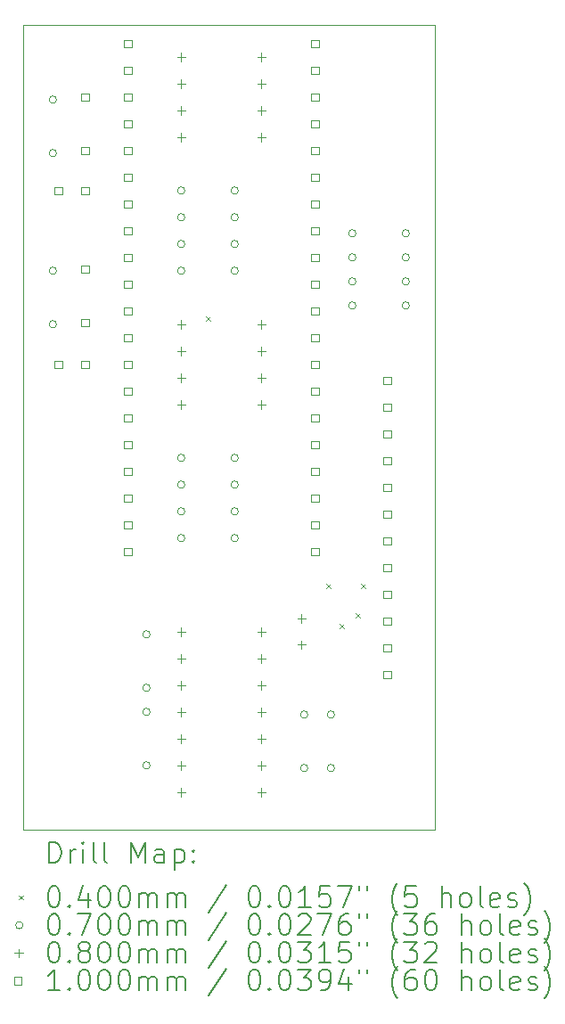
<source format=gbr>
%TF.GenerationSoftware,KiCad,Pcbnew,7.0.2-0*%
%TF.CreationDate,2024-11-24T22:08:26+01:00*%
%TF.ProjectId,MIDI Box,4d494449-2042-46f7-982e-6b696361645f,rev?*%
%TF.SameCoordinates,Original*%
%TF.FileFunction,Drillmap*%
%TF.FilePolarity,Positive*%
%FSLAX45Y45*%
G04 Gerber Fmt 4.5, Leading zero omitted, Abs format (unit mm)*
G04 Created by KiCad (PCBNEW 7.0.2-0) date 2024-11-24 22:08:26*
%MOMM*%
%LPD*%
G01*
G04 APERTURE LIST*
%ADD10C,0.100000*%
%ADD11C,0.200000*%
%ADD12C,0.040000*%
%ADD13C,0.070000*%
%ADD14C,0.080000*%
G04 APERTURE END LIST*
D10*
X14198600Y-6070600D02*
X18110200Y-6070600D01*
X18110200Y-13716000D01*
X14198600Y-13716000D01*
X14198600Y-6070600D01*
D11*
D12*
X15931200Y-8844600D02*
X15971200Y-8884600D01*
X15971200Y-8844600D02*
X15931200Y-8884600D01*
X17074200Y-11384600D02*
X17114200Y-11424600D01*
X17114200Y-11384600D02*
X17074200Y-11424600D01*
X17201200Y-11765600D02*
X17241200Y-11805600D01*
X17241200Y-11765600D02*
X17201200Y-11805600D01*
X17356150Y-11664000D02*
X17396150Y-11704000D01*
X17396150Y-11664000D02*
X17356150Y-11704000D01*
X17404400Y-11384600D02*
X17444400Y-11424600D01*
X17444400Y-11384600D02*
X17404400Y-11424600D01*
D13*
X14513000Y-6781800D02*
G75*
G03*
X14513000Y-6781800I-35000J0D01*
G01*
X14513000Y-7289800D02*
G75*
G03*
X14513000Y-7289800I-35000J0D01*
G01*
X14513000Y-8407400D02*
G75*
G03*
X14513000Y-8407400I-35000J0D01*
G01*
X14513000Y-8915400D02*
G75*
G03*
X14513000Y-8915400I-35000J0D01*
G01*
X15402000Y-11861800D02*
G75*
G03*
X15402000Y-11861800I-35000J0D01*
G01*
X15402000Y-12369800D02*
G75*
G03*
X15402000Y-12369800I-35000J0D01*
G01*
X15402000Y-12598400D02*
G75*
G03*
X15402000Y-12598400I-35000J0D01*
G01*
X15402000Y-13106400D02*
G75*
G03*
X15402000Y-13106400I-35000J0D01*
G01*
X15732200Y-7645400D02*
G75*
G03*
X15732200Y-7645400I-35000J0D01*
G01*
X15732200Y-7899400D02*
G75*
G03*
X15732200Y-7899400I-35000J0D01*
G01*
X15732200Y-8153400D02*
G75*
G03*
X15732200Y-8153400I-35000J0D01*
G01*
X15732200Y-8407400D02*
G75*
G03*
X15732200Y-8407400I-35000J0D01*
G01*
X15732200Y-10185400D02*
G75*
G03*
X15732200Y-10185400I-35000J0D01*
G01*
X15732200Y-10439400D02*
G75*
G03*
X15732200Y-10439400I-35000J0D01*
G01*
X15732200Y-10693400D02*
G75*
G03*
X15732200Y-10693400I-35000J0D01*
G01*
X15732200Y-10947400D02*
G75*
G03*
X15732200Y-10947400I-35000J0D01*
G01*
X16240200Y-7645400D02*
G75*
G03*
X16240200Y-7645400I-35000J0D01*
G01*
X16240200Y-7899400D02*
G75*
G03*
X16240200Y-7899400I-35000J0D01*
G01*
X16240200Y-8153400D02*
G75*
G03*
X16240200Y-8153400I-35000J0D01*
G01*
X16240200Y-8407400D02*
G75*
G03*
X16240200Y-8407400I-35000J0D01*
G01*
X16240200Y-10185400D02*
G75*
G03*
X16240200Y-10185400I-35000J0D01*
G01*
X16240200Y-10439400D02*
G75*
G03*
X16240200Y-10439400I-35000J0D01*
G01*
X16240200Y-10693400D02*
G75*
G03*
X16240200Y-10693400I-35000J0D01*
G01*
X16240200Y-10947400D02*
G75*
G03*
X16240200Y-10947400I-35000J0D01*
G01*
X16900600Y-12623800D02*
G75*
G03*
X16900600Y-12623800I-35000J0D01*
G01*
X16900600Y-13131800D02*
G75*
G03*
X16900600Y-13131800I-35000J0D01*
G01*
X17154600Y-12623800D02*
G75*
G03*
X17154600Y-12623800I-35000J0D01*
G01*
X17154600Y-13131800D02*
G75*
G03*
X17154600Y-13131800I-35000J0D01*
G01*
X17357800Y-8051800D02*
G75*
G03*
X17357800Y-8051800I-35000J0D01*
G01*
X17357800Y-8280400D02*
G75*
G03*
X17357800Y-8280400I-35000J0D01*
G01*
X17357800Y-8509000D02*
G75*
G03*
X17357800Y-8509000I-35000J0D01*
G01*
X17357800Y-8737600D02*
G75*
G03*
X17357800Y-8737600I-35000J0D01*
G01*
X17865800Y-8051800D02*
G75*
G03*
X17865800Y-8051800I-35000J0D01*
G01*
X17865800Y-8280400D02*
G75*
G03*
X17865800Y-8280400I-35000J0D01*
G01*
X17865800Y-8509000D02*
G75*
G03*
X17865800Y-8509000I-35000J0D01*
G01*
X17865800Y-8737600D02*
G75*
G03*
X17865800Y-8737600I-35000J0D01*
G01*
D14*
X15697200Y-6335400D02*
X15697200Y-6415400D01*
X15657200Y-6375400D02*
X15737200Y-6375400D01*
X15697200Y-6589400D02*
X15697200Y-6669400D01*
X15657200Y-6629400D02*
X15737200Y-6629400D01*
X15697200Y-6843400D02*
X15697200Y-6923400D01*
X15657200Y-6883400D02*
X15737200Y-6883400D01*
X15697200Y-7097400D02*
X15697200Y-7177400D01*
X15657200Y-7137400D02*
X15737200Y-7137400D01*
X15697200Y-8875400D02*
X15697200Y-8955400D01*
X15657200Y-8915400D02*
X15737200Y-8915400D01*
X15697200Y-9129400D02*
X15697200Y-9209400D01*
X15657200Y-9169400D02*
X15737200Y-9169400D01*
X15697200Y-9383400D02*
X15697200Y-9463400D01*
X15657200Y-9423400D02*
X15737200Y-9423400D01*
X15697200Y-9637400D02*
X15697200Y-9717400D01*
X15657200Y-9677400D02*
X15737200Y-9677400D01*
X15697200Y-11796400D02*
X15697200Y-11876400D01*
X15657200Y-11836400D02*
X15737200Y-11836400D01*
X15697200Y-12050400D02*
X15697200Y-12130400D01*
X15657200Y-12090400D02*
X15737200Y-12090400D01*
X15697200Y-12304400D02*
X15697200Y-12384400D01*
X15657200Y-12344400D02*
X15737200Y-12344400D01*
X15697200Y-12558400D02*
X15697200Y-12638400D01*
X15657200Y-12598400D02*
X15737200Y-12598400D01*
X15697200Y-12812400D02*
X15697200Y-12892400D01*
X15657200Y-12852400D02*
X15737200Y-12852400D01*
X15697200Y-13066400D02*
X15697200Y-13146400D01*
X15657200Y-13106400D02*
X15737200Y-13106400D01*
X15697200Y-13320400D02*
X15697200Y-13400400D01*
X15657200Y-13360400D02*
X15737200Y-13360400D01*
X16459200Y-6335400D02*
X16459200Y-6415400D01*
X16419200Y-6375400D02*
X16499200Y-6375400D01*
X16459200Y-6589400D02*
X16459200Y-6669400D01*
X16419200Y-6629400D02*
X16499200Y-6629400D01*
X16459200Y-6843400D02*
X16459200Y-6923400D01*
X16419200Y-6883400D02*
X16499200Y-6883400D01*
X16459200Y-7097400D02*
X16459200Y-7177400D01*
X16419200Y-7137400D02*
X16499200Y-7137400D01*
X16459200Y-8875400D02*
X16459200Y-8955400D01*
X16419200Y-8915400D02*
X16499200Y-8915400D01*
X16459200Y-9129400D02*
X16459200Y-9209400D01*
X16419200Y-9169400D02*
X16499200Y-9169400D01*
X16459200Y-9383400D02*
X16459200Y-9463400D01*
X16419200Y-9423400D02*
X16499200Y-9423400D01*
X16459200Y-9637400D02*
X16459200Y-9717400D01*
X16419200Y-9677400D02*
X16499200Y-9677400D01*
X16459200Y-11796400D02*
X16459200Y-11876400D01*
X16419200Y-11836400D02*
X16499200Y-11836400D01*
X16459200Y-12050400D02*
X16459200Y-12130400D01*
X16419200Y-12090400D02*
X16499200Y-12090400D01*
X16459200Y-12304400D02*
X16459200Y-12384400D01*
X16419200Y-12344400D02*
X16499200Y-12344400D01*
X16459200Y-12558400D02*
X16459200Y-12638400D01*
X16419200Y-12598400D02*
X16499200Y-12598400D01*
X16459200Y-12812400D02*
X16459200Y-12892400D01*
X16419200Y-12852400D02*
X16499200Y-12852400D01*
X16459200Y-13066400D02*
X16459200Y-13146400D01*
X16419200Y-13106400D02*
X16499200Y-13106400D01*
X16459200Y-13320400D02*
X16459200Y-13400400D01*
X16419200Y-13360400D02*
X16499200Y-13360400D01*
X16840200Y-11669400D02*
X16840200Y-11749400D01*
X16800200Y-11709400D02*
X16880200Y-11709400D01*
X16840200Y-11919400D02*
X16840200Y-11999400D01*
X16800200Y-11959400D02*
X16880200Y-11959400D01*
D10*
X14564156Y-7680756D02*
X14564156Y-7610044D01*
X14493444Y-7610044D01*
X14493444Y-7680756D01*
X14564156Y-7680756D01*
X14564156Y-9331756D02*
X14564156Y-9261044D01*
X14493444Y-9261044D01*
X14493444Y-9331756D01*
X14564156Y-9331756D01*
X14818156Y-6791756D02*
X14818156Y-6721044D01*
X14747444Y-6721044D01*
X14747444Y-6791756D01*
X14818156Y-6791756D01*
X14818156Y-7299756D02*
X14818156Y-7229044D01*
X14747444Y-7229044D01*
X14747444Y-7299756D01*
X14818156Y-7299756D01*
X14818156Y-7680756D02*
X14818156Y-7610044D01*
X14747444Y-7610044D01*
X14747444Y-7680756D01*
X14818156Y-7680756D01*
X14818156Y-8427187D02*
X14818156Y-8356476D01*
X14747444Y-8356476D01*
X14747444Y-8427187D01*
X14818156Y-8427187D01*
X14818156Y-8935187D02*
X14818156Y-8864476D01*
X14747444Y-8864476D01*
X14747444Y-8935187D01*
X14818156Y-8935187D01*
X14818156Y-9331756D02*
X14818156Y-9261044D01*
X14747444Y-9261044D01*
X14747444Y-9331756D01*
X14818156Y-9331756D01*
X15224556Y-6283756D02*
X15224556Y-6213044D01*
X15153844Y-6213044D01*
X15153844Y-6283756D01*
X15224556Y-6283756D01*
X15224556Y-6537756D02*
X15224556Y-6467044D01*
X15153844Y-6467044D01*
X15153844Y-6537756D01*
X15224556Y-6537756D01*
X15224556Y-6791756D02*
X15224556Y-6721044D01*
X15153844Y-6721044D01*
X15153844Y-6791756D01*
X15224556Y-6791756D01*
X15224556Y-7045756D02*
X15224556Y-6975044D01*
X15153844Y-6975044D01*
X15153844Y-7045756D01*
X15224556Y-7045756D01*
X15224556Y-7299756D02*
X15224556Y-7229044D01*
X15153844Y-7229044D01*
X15153844Y-7299756D01*
X15224556Y-7299756D01*
X15224556Y-7553756D02*
X15224556Y-7483044D01*
X15153844Y-7483044D01*
X15153844Y-7553756D01*
X15224556Y-7553756D01*
X15224556Y-7807756D02*
X15224556Y-7737044D01*
X15153844Y-7737044D01*
X15153844Y-7807756D01*
X15224556Y-7807756D01*
X15224556Y-8061756D02*
X15224556Y-7991044D01*
X15153844Y-7991044D01*
X15153844Y-8061756D01*
X15224556Y-8061756D01*
X15224556Y-8315756D02*
X15224556Y-8245044D01*
X15153844Y-8245044D01*
X15153844Y-8315756D01*
X15224556Y-8315756D01*
X15224556Y-8569756D02*
X15224556Y-8499044D01*
X15153844Y-8499044D01*
X15153844Y-8569756D01*
X15224556Y-8569756D01*
X15224556Y-8823756D02*
X15224556Y-8753044D01*
X15153844Y-8753044D01*
X15153844Y-8823756D01*
X15224556Y-8823756D01*
X15224556Y-9077756D02*
X15224556Y-9007044D01*
X15153844Y-9007044D01*
X15153844Y-9077756D01*
X15224556Y-9077756D01*
X15224556Y-9331756D02*
X15224556Y-9261044D01*
X15153844Y-9261044D01*
X15153844Y-9331756D01*
X15224556Y-9331756D01*
X15224556Y-9585756D02*
X15224556Y-9515044D01*
X15153844Y-9515044D01*
X15153844Y-9585756D01*
X15224556Y-9585756D01*
X15224556Y-9839756D02*
X15224556Y-9769044D01*
X15153844Y-9769044D01*
X15153844Y-9839756D01*
X15224556Y-9839756D01*
X15224556Y-10093756D02*
X15224556Y-10023044D01*
X15153844Y-10023044D01*
X15153844Y-10093756D01*
X15224556Y-10093756D01*
X15224556Y-10347756D02*
X15224556Y-10277044D01*
X15153844Y-10277044D01*
X15153844Y-10347756D01*
X15224556Y-10347756D01*
X15224556Y-10601756D02*
X15224556Y-10531044D01*
X15153844Y-10531044D01*
X15153844Y-10601756D01*
X15224556Y-10601756D01*
X15224556Y-10855756D02*
X15224556Y-10785044D01*
X15153844Y-10785044D01*
X15153844Y-10855756D01*
X15224556Y-10855756D01*
X15224556Y-11109756D02*
X15224556Y-11039044D01*
X15153844Y-11039044D01*
X15153844Y-11109756D01*
X15224556Y-11109756D01*
X17002556Y-6283756D02*
X17002556Y-6213044D01*
X16931844Y-6213044D01*
X16931844Y-6283756D01*
X17002556Y-6283756D01*
X17002556Y-6537756D02*
X17002556Y-6467044D01*
X16931844Y-6467044D01*
X16931844Y-6537756D01*
X17002556Y-6537756D01*
X17002556Y-6791756D02*
X17002556Y-6721044D01*
X16931844Y-6721044D01*
X16931844Y-6791756D01*
X17002556Y-6791756D01*
X17002556Y-7045756D02*
X17002556Y-6975044D01*
X16931844Y-6975044D01*
X16931844Y-7045756D01*
X17002556Y-7045756D01*
X17002556Y-7299756D02*
X17002556Y-7229044D01*
X16931844Y-7229044D01*
X16931844Y-7299756D01*
X17002556Y-7299756D01*
X17002556Y-7553756D02*
X17002556Y-7483044D01*
X16931844Y-7483044D01*
X16931844Y-7553756D01*
X17002556Y-7553756D01*
X17002556Y-7807756D02*
X17002556Y-7737044D01*
X16931844Y-7737044D01*
X16931844Y-7807756D01*
X17002556Y-7807756D01*
X17002556Y-8061756D02*
X17002556Y-7991044D01*
X16931844Y-7991044D01*
X16931844Y-8061756D01*
X17002556Y-8061756D01*
X17002556Y-8315756D02*
X17002556Y-8245044D01*
X16931844Y-8245044D01*
X16931844Y-8315756D01*
X17002556Y-8315756D01*
X17002556Y-8569756D02*
X17002556Y-8499044D01*
X16931844Y-8499044D01*
X16931844Y-8569756D01*
X17002556Y-8569756D01*
X17002556Y-8823756D02*
X17002556Y-8753044D01*
X16931844Y-8753044D01*
X16931844Y-8823756D01*
X17002556Y-8823756D01*
X17002556Y-9077756D02*
X17002556Y-9007044D01*
X16931844Y-9007044D01*
X16931844Y-9077756D01*
X17002556Y-9077756D01*
X17002556Y-9331756D02*
X17002556Y-9261044D01*
X16931844Y-9261044D01*
X16931844Y-9331756D01*
X17002556Y-9331756D01*
X17002556Y-9585756D02*
X17002556Y-9515044D01*
X16931844Y-9515044D01*
X16931844Y-9585756D01*
X17002556Y-9585756D01*
X17002556Y-9839756D02*
X17002556Y-9769044D01*
X16931844Y-9769044D01*
X16931844Y-9839756D01*
X17002556Y-9839756D01*
X17002556Y-10093756D02*
X17002556Y-10023044D01*
X16931844Y-10023044D01*
X16931844Y-10093756D01*
X17002556Y-10093756D01*
X17002556Y-10347756D02*
X17002556Y-10277044D01*
X16931844Y-10277044D01*
X16931844Y-10347756D01*
X17002556Y-10347756D01*
X17002556Y-10601756D02*
X17002556Y-10531044D01*
X16931844Y-10531044D01*
X16931844Y-10601756D01*
X17002556Y-10601756D01*
X17002556Y-10855756D02*
X17002556Y-10785044D01*
X16931844Y-10785044D01*
X16931844Y-10855756D01*
X17002556Y-10855756D01*
X17002556Y-11109756D02*
X17002556Y-11039044D01*
X16931844Y-11039044D01*
X16931844Y-11109756D01*
X17002556Y-11109756D01*
X17688356Y-9484156D02*
X17688356Y-9413444D01*
X17617644Y-9413444D01*
X17617644Y-9484156D01*
X17688356Y-9484156D01*
X17688356Y-9738156D02*
X17688356Y-9667444D01*
X17617644Y-9667444D01*
X17617644Y-9738156D01*
X17688356Y-9738156D01*
X17688356Y-9992156D02*
X17688356Y-9921444D01*
X17617644Y-9921444D01*
X17617644Y-9992156D01*
X17688356Y-9992156D01*
X17688356Y-10246156D02*
X17688356Y-10175444D01*
X17617644Y-10175444D01*
X17617644Y-10246156D01*
X17688356Y-10246156D01*
X17688356Y-10500156D02*
X17688356Y-10429444D01*
X17617644Y-10429444D01*
X17617644Y-10500156D01*
X17688356Y-10500156D01*
X17688356Y-10754156D02*
X17688356Y-10683444D01*
X17617644Y-10683444D01*
X17617644Y-10754156D01*
X17688356Y-10754156D01*
X17688356Y-11008156D02*
X17688356Y-10937444D01*
X17617644Y-10937444D01*
X17617644Y-11008156D01*
X17688356Y-11008156D01*
X17688356Y-11262156D02*
X17688356Y-11191444D01*
X17617644Y-11191444D01*
X17617644Y-11262156D01*
X17688356Y-11262156D01*
X17688356Y-11516156D02*
X17688356Y-11445444D01*
X17617644Y-11445444D01*
X17617644Y-11516156D01*
X17688356Y-11516156D01*
X17688356Y-11770156D02*
X17688356Y-11699444D01*
X17617644Y-11699444D01*
X17617644Y-11770156D01*
X17688356Y-11770156D01*
X17688356Y-12024156D02*
X17688356Y-11953444D01*
X17617644Y-11953444D01*
X17617644Y-12024156D01*
X17688356Y-12024156D01*
X17688356Y-12278156D02*
X17688356Y-12207444D01*
X17617644Y-12207444D01*
X17617644Y-12278156D01*
X17688356Y-12278156D01*
D11*
X14441219Y-14033524D02*
X14441219Y-13833524D01*
X14441219Y-13833524D02*
X14488838Y-13833524D01*
X14488838Y-13833524D02*
X14517409Y-13843048D01*
X14517409Y-13843048D02*
X14536457Y-13862095D01*
X14536457Y-13862095D02*
X14545981Y-13881143D01*
X14545981Y-13881143D02*
X14555505Y-13919238D01*
X14555505Y-13919238D02*
X14555505Y-13947809D01*
X14555505Y-13947809D02*
X14545981Y-13985905D01*
X14545981Y-13985905D02*
X14536457Y-14004952D01*
X14536457Y-14004952D02*
X14517409Y-14024000D01*
X14517409Y-14024000D02*
X14488838Y-14033524D01*
X14488838Y-14033524D02*
X14441219Y-14033524D01*
X14641219Y-14033524D02*
X14641219Y-13900190D01*
X14641219Y-13938286D02*
X14650743Y-13919238D01*
X14650743Y-13919238D02*
X14660267Y-13909714D01*
X14660267Y-13909714D02*
X14679314Y-13900190D01*
X14679314Y-13900190D02*
X14698362Y-13900190D01*
X14765028Y-14033524D02*
X14765028Y-13900190D01*
X14765028Y-13833524D02*
X14755505Y-13843048D01*
X14755505Y-13843048D02*
X14765028Y-13852571D01*
X14765028Y-13852571D02*
X14774552Y-13843048D01*
X14774552Y-13843048D02*
X14765028Y-13833524D01*
X14765028Y-13833524D02*
X14765028Y-13852571D01*
X14888838Y-14033524D02*
X14869790Y-14024000D01*
X14869790Y-14024000D02*
X14860267Y-14004952D01*
X14860267Y-14004952D02*
X14860267Y-13833524D01*
X14993600Y-14033524D02*
X14974552Y-14024000D01*
X14974552Y-14024000D02*
X14965028Y-14004952D01*
X14965028Y-14004952D02*
X14965028Y-13833524D01*
X15222171Y-14033524D02*
X15222171Y-13833524D01*
X15222171Y-13833524D02*
X15288838Y-13976381D01*
X15288838Y-13976381D02*
X15355505Y-13833524D01*
X15355505Y-13833524D02*
X15355505Y-14033524D01*
X15536457Y-14033524D02*
X15536457Y-13928762D01*
X15536457Y-13928762D02*
X15526933Y-13909714D01*
X15526933Y-13909714D02*
X15507886Y-13900190D01*
X15507886Y-13900190D02*
X15469790Y-13900190D01*
X15469790Y-13900190D02*
X15450743Y-13909714D01*
X15536457Y-14024000D02*
X15517409Y-14033524D01*
X15517409Y-14033524D02*
X15469790Y-14033524D01*
X15469790Y-14033524D02*
X15450743Y-14024000D01*
X15450743Y-14024000D02*
X15441219Y-14004952D01*
X15441219Y-14004952D02*
X15441219Y-13985905D01*
X15441219Y-13985905D02*
X15450743Y-13966857D01*
X15450743Y-13966857D02*
X15469790Y-13957333D01*
X15469790Y-13957333D02*
X15517409Y-13957333D01*
X15517409Y-13957333D02*
X15536457Y-13947809D01*
X15631695Y-13900190D02*
X15631695Y-14100190D01*
X15631695Y-13909714D02*
X15650743Y-13900190D01*
X15650743Y-13900190D02*
X15688838Y-13900190D01*
X15688838Y-13900190D02*
X15707886Y-13909714D01*
X15707886Y-13909714D02*
X15717409Y-13919238D01*
X15717409Y-13919238D02*
X15726933Y-13938286D01*
X15726933Y-13938286D02*
X15726933Y-13995428D01*
X15726933Y-13995428D02*
X15717409Y-14014476D01*
X15717409Y-14014476D02*
X15707886Y-14024000D01*
X15707886Y-14024000D02*
X15688838Y-14033524D01*
X15688838Y-14033524D02*
X15650743Y-14033524D01*
X15650743Y-14033524D02*
X15631695Y-14024000D01*
X15812648Y-14014476D02*
X15822171Y-14024000D01*
X15822171Y-14024000D02*
X15812648Y-14033524D01*
X15812648Y-14033524D02*
X15803124Y-14024000D01*
X15803124Y-14024000D02*
X15812648Y-14014476D01*
X15812648Y-14014476D02*
X15812648Y-14033524D01*
X15812648Y-13909714D02*
X15822171Y-13919238D01*
X15822171Y-13919238D02*
X15812648Y-13928762D01*
X15812648Y-13928762D02*
X15803124Y-13919238D01*
X15803124Y-13919238D02*
X15812648Y-13909714D01*
X15812648Y-13909714D02*
X15812648Y-13928762D01*
D12*
X14153600Y-14341000D02*
X14193600Y-14381000D01*
X14193600Y-14341000D02*
X14153600Y-14381000D01*
D11*
X14479314Y-14253524D02*
X14498362Y-14253524D01*
X14498362Y-14253524D02*
X14517409Y-14263048D01*
X14517409Y-14263048D02*
X14526933Y-14272571D01*
X14526933Y-14272571D02*
X14536457Y-14291619D01*
X14536457Y-14291619D02*
X14545981Y-14329714D01*
X14545981Y-14329714D02*
X14545981Y-14377333D01*
X14545981Y-14377333D02*
X14536457Y-14415428D01*
X14536457Y-14415428D02*
X14526933Y-14434476D01*
X14526933Y-14434476D02*
X14517409Y-14444000D01*
X14517409Y-14444000D02*
X14498362Y-14453524D01*
X14498362Y-14453524D02*
X14479314Y-14453524D01*
X14479314Y-14453524D02*
X14460267Y-14444000D01*
X14460267Y-14444000D02*
X14450743Y-14434476D01*
X14450743Y-14434476D02*
X14441219Y-14415428D01*
X14441219Y-14415428D02*
X14431695Y-14377333D01*
X14431695Y-14377333D02*
X14431695Y-14329714D01*
X14431695Y-14329714D02*
X14441219Y-14291619D01*
X14441219Y-14291619D02*
X14450743Y-14272571D01*
X14450743Y-14272571D02*
X14460267Y-14263048D01*
X14460267Y-14263048D02*
X14479314Y-14253524D01*
X14631695Y-14434476D02*
X14641219Y-14444000D01*
X14641219Y-14444000D02*
X14631695Y-14453524D01*
X14631695Y-14453524D02*
X14622171Y-14444000D01*
X14622171Y-14444000D02*
X14631695Y-14434476D01*
X14631695Y-14434476D02*
X14631695Y-14453524D01*
X14812648Y-14320190D02*
X14812648Y-14453524D01*
X14765028Y-14244000D02*
X14717409Y-14386857D01*
X14717409Y-14386857D02*
X14841219Y-14386857D01*
X14955505Y-14253524D02*
X14974552Y-14253524D01*
X14974552Y-14253524D02*
X14993600Y-14263048D01*
X14993600Y-14263048D02*
X15003124Y-14272571D01*
X15003124Y-14272571D02*
X15012648Y-14291619D01*
X15012648Y-14291619D02*
X15022171Y-14329714D01*
X15022171Y-14329714D02*
X15022171Y-14377333D01*
X15022171Y-14377333D02*
X15012648Y-14415428D01*
X15012648Y-14415428D02*
X15003124Y-14434476D01*
X15003124Y-14434476D02*
X14993600Y-14444000D01*
X14993600Y-14444000D02*
X14974552Y-14453524D01*
X14974552Y-14453524D02*
X14955505Y-14453524D01*
X14955505Y-14453524D02*
X14936457Y-14444000D01*
X14936457Y-14444000D02*
X14926933Y-14434476D01*
X14926933Y-14434476D02*
X14917409Y-14415428D01*
X14917409Y-14415428D02*
X14907886Y-14377333D01*
X14907886Y-14377333D02*
X14907886Y-14329714D01*
X14907886Y-14329714D02*
X14917409Y-14291619D01*
X14917409Y-14291619D02*
X14926933Y-14272571D01*
X14926933Y-14272571D02*
X14936457Y-14263048D01*
X14936457Y-14263048D02*
X14955505Y-14253524D01*
X15145981Y-14253524D02*
X15165029Y-14253524D01*
X15165029Y-14253524D02*
X15184076Y-14263048D01*
X15184076Y-14263048D02*
X15193600Y-14272571D01*
X15193600Y-14272571D02*
X15203124Y-14291619D01*
X15203124Y-14291619D02*
X15212648Y-14329714D01*
X15212648Y-14329714D02*
X15212648Y-14377333D01*
X15212648Y-14377333D02*
X15203124Y-14415428D01*
X15203124Y-14415428D02*
X15193600Y-14434476D01*
X15193600Y-14434476D02*
X15184076Y-14444000D01*
X15184076Y-14444000D02*
X15165029Y-14453524D01*
X15165029Y-14453524D02*
X15145981Y-14453524D01*
X15145981Y-14453524D02*
X15126933Y-14444000D01*
X15126933Y-14444000D02*
X15117409Y-14434476D01*
X15117409Y-14434476D02*
X15107886Y-14415428D01*
X15107886Y-14415428D02*
X15098362Y-14377333D01*
X15098362Y-14377333D02*
X15098362Y-14329714D01*
X15098362Y-14329714D02*
X15107886Y-14291619D01*
X15107886Y-14291619D02*
X15117409Y-14272571D01*
X15117409Y-14272571D02*
X15126933Y-14263048D01*
X15126933Y-14263048D02*
X15145981Y-14253524D01*
X15298362Y-14453524D02*
X15298362Y-14320190D01*
X15298362Y-14339238D02*
X15307886Y-14329714D01*
X15307886Y-14329714D02*
X15326933Y-14320190D01*
X15326933Y-14320190D02*
X15355505Y-14320190D01*
X15355505Y-14320190D02*
X15374552Y-14329714D01*
X15374552Y-14329714D02*
X15384076Y-14348762D01*
X15384076Y-14348762D02*
X15384076Y-14453524D01*
X15384076Y-14348762D02*
X15393600Y-14329714D01*
X15393600Y-14329714D02*
X15412648Y-14320190D01*
X15412648Y-14320190D02*
X15441219Y-14320190D01*
X15441219Y-14320190D02*
X15460267Y-14329714D01*
X15460267Y-14329714D02*
X15469790Y-14348762D01*
X15469790Y-14348762D02*
X15469790Y-14453524D01*
X15565029Y-14453524D02*
X15565029Y-14320190D01*
X15565029Y-14339238D02*
X15574552Y-14329714D01*
X15574552Y-14329714D02*
X15593600Y-14320190D01*
X15593600Y-14320190D02*
X15622171Y-14320190D01*
X15622171Y-14320190D02*
X15641219Y-14329714D01*
X15641219Y-14329714D02*
X15650743Y-14348762D01*
X15650743Y-14348762D02*
X15650743Y-14453524D01*
X15650743Y-14348762D02*
X15660267Y-14329714D01*
X15660267Y-14329714D02*
X15679314Y-14320190D01*
X15679314Y-14320190D02*
X15707886Y-14320190D01*
X15707886Y-14320190D02*
X15726933Y-14329714D01*
X15726933Y-14329714D02*
X15736457Y-14348762D01*
X15736457Y-14348762D02*
X15736457Y-14453524D01*
X16126933Y-14244000D02*
X15955505Y-14501143D01*
X16384076Y-14253524D02*
X16403124Y-14253524D01*
X16403124Y-14253524D02*
X16422172Y-14263048D01*
X16422172Y-14263048D02*
X16431695Y-14272571D01*
X16431695Y-14272571D02*
X16441219Y-14291619D01*
X16441219Y-14291619D02*
X16450743Y-14329714D01*
X16450743Y-14329714D02*
X16450743Y-14377333D01*
X16450743Y-14377333D02*
X16441219Y-14415428D01*
X16441219Y-14415428D02*
X16431695Y-14434476D01*
X16431695Y-14434476D02*
X16422172Y-14444000D01*
X16422172Y-14444000D02*
X16403124Y-14453524D01*
X16403124Y-14453524D02*
X16384076Y-14453524D01*
X16384076Y-14453524D02*
X16365029Y-14444000D01*
X16365029Y-14444000D02*
X16355505Y-14434476D01*
X16355505Y-14434476D02*
X16345981Y-14415428D01*
X16345981Y-14415428D02*
X16336457Y-14377333D01*
X16336457Y-14377333D02*
X16336457Y-14329714D01*
X16336457Y-14329714D02*
X16345981Y-14291619D01*
X16345981Y-14291619D02*
X16355505Y-14272571D01*
X16355505Y-14272571D02*
X16365029Y-14263048D01*
X16365029Y-14263048D02*
X16384076Y-14253524D01*
X16536457Y-14434476D02*
X16545981Y-14444000D01*
X16545981Y-14444000D02*
X16536457Y-14453524D01*
X16536457Y-14453524D02*
X16526933Y-14444000D01*
X16526933Y-14444000D02*
X16536457Y-14434476D01*
X16536457Y-14434476D02*
X16536457Y-14453524D01*
X16669791Y-14253524D02*
X16688838Y-14253524D01*
X16688838Y-14253524D02*
X16707886Y-14263048D01*
X16707886Y-14263048D02*
X16717410Y-14272571D01*
X16717410Y-14272571D02*
X16726933Y-14291619D01*
X16726933Y-14291619D02*
X16736457Y-14329714D01*
X16736457Y-14329714D02*
X16736457Y-14377333D01*
X16736457Y-14377333D02*
X16726933Y-14415428D01*
X16726933Y-14415428D02*
X16717410Y-14434476D01*
X16717410Y-14434476D02*
X16707886Y-14444000D01*
X16707886Y-14444000D02*
X16688838Y-14453524D01*
X16688838Y-14453524D02*
X16669791Y-14453524D01*
X16669791Y-14453524D02*
X16650743Y-14444000D01*
X16650743Y-14444000D02*
X16641219Y-14434476D01*
X16641219Y-14434476D02*
X16631695Y-14415428D01*
X16631695Y-14415428D02*
X16622172Y-14377333D01*
X16622172Y-14377333D02*
X16622172Y-14329714D01*
X16622172Y-14329714D02*
X16631695Y-14291619D01*
X16631695Y-14291619D02*
X16641219Y-14272571D01*
X16641219Y-14272571D02*
X16650743Y-14263048D01*
X16650743Y-14263048D02*
X16669791Y-14253524D01*
X16926934Y-14453524D02*
X16812648Y-14453524D01*
X16869791Y-14453524D02*
X16869791Y-14253524D01*
X16869791Y-14253524D02*
X16850743Y-14282095D01*
X16850743Y-14282095D02*
X16831695Y-14301143D01*
X16831695Y-14301143D02*
X16812648Y-14310667D01*
X17107886Y-14253524D02*
X17012648Y-14253524D01*
X17012648Y-14253524D02*
X17003124Y-14348762D01*
X17003124Y-14348762D02*
X17012648Y-14339238D01*
X17012648Y-14339238D02*
X17031695Y-14329714D01*
X17031695Y-14329714D02*
X17079315Y-14329714D01*
X17079315Y-14329714D02*
X17098362Y-14339238D01*
X17098362Y-14339238D02*
X17107886Y-14348762D01*
X17107886Y-14348762D02*
X17117410Y-14367809D01*
X17117410Y-14367809D02*
X17117410Y-14415428D01*
X17117410Y-14415428D02*
X17107886Y-14434476D01*
X17107886Y-14434476D02*
X17098362Y-14444000D01*
X17098362Y-14444000D02*
X17079315Y-14453524D01*
X17079315Y-14453524D02*
X17031695Y-14453524D01*
X17031695Y-14453524D02*
X17012648Y-14444000D01*
X17012648Y-14444000D02*
X17003124Y-14434476D01*
X17184076Y-14253524D02*
X17317410Y-14253524D01*
X17317410Y-14253524D02*
X17231695Y-14453524D01*
X17384076Y-14253524D02*
X17384076Y-14291619D01*
X17460267Y-14253524D02*
X17460267Y-14291619D01*
X17755505Y-14529714D02*
X17745981Y-14520190D01*
X17745981Y-14520190D02*
X17726934Y-14491619D01*
X17726934Y-14491619D02*
X17717410Y-14472571D01*
X17717410Y-14472571D02*
X17707886Y-14444000D01*
X17707886Y-14444000D02*
X17698362Y-14396381D01*
X17698362Y-14396381D02*
X17698362Y-14358286D01*
X17698362Y-14358286D02*
X17707886Y-14310667D01*
X17707886Y-14310667D02*
X17717410Y-14282095D01*
X17717410Y-14282095D02*
X17726934Y-14263048D01*
X17726934Y-14263048D02*
X17745981Y-14234476D01*
X17745981Y-14234476D02*
X17755505Y-14224952D01*
X17926934Y-14253524D02*
X17831696Y-14253524D01*
X17831696Y-14253524D02*
X17822172Y-14348762D01*
X17822172Y-14348762D02*
X17831696Y-14339238D01*
X17831696Y-14339238D02*
X17850743Y-14329714D01*
X17850743Y-14329714D02*
X17898362Y-14329714D01*
X17898362Y-14329714D02*
X17917410Y-14339238D01*
X17917410Y-14339238D02*
X17926934Y-14348762D01*
X17926934Y-14348762D02*
X17936457Y-14367809D01*
X17936457Y-14367809D02*
X17936457Y-14415428D01*
X17936457Y-14415428D02*
X17926934Y-14434476D01*
X17926934Y-14434476D02*
X17917410Y-14444000D01*
X17917410Y-14444000D02*
X17898362Y-14453524D01*
X17898362Y-14453524D02*
X17850743Y-14453524D01*
X17850743Y-14453524D02*
X17831696Y-14444000D01*
X17831696Y-14444000D02*
X17822172Y-14434476D01*
X18174553Y-14453524D02*
X18174553Y-14253524D01*
X18260267Y-14453524D02*
X18260267Y-14348762D01*
X18260267Y-14348762D02*
X18250743Y-14329714D01*
X18250743Y-14329714D02*
X18231696Y-14320190D01*
X18231696Y-14320190D02*
X18203124Y-14320190D01*
X18203124Y-14320190D02*
X18184077Y-14329714D01*
X18184077Y-14329714D02*
X18174553Y-14339238D01*
X18384077Y-14453524D02*
X18365029Y-14444000D01*
X18365029Y-14444000D02*
X18355505Y-14434476D01*
X18355505Y-14434476D02*
X18345981Y-14415428D01*
X18345981Y-14415428D02*
X18345981Y-14358286D01*
X18345981Y-14358286D02*
X18355505Y-14339238D01*
X18355505Y-14339238D02*
X18365029Y-14329714D01*
X18365029Y-14329714D02*
X18384077Y-14320190D01*
X18384077Y-14320190D02*
X18412648Y-14320190D01*
X18412648Y-14320190D02*
X18431696Y-14329714D01*
X18431696Y-14329714D02*
X18441219Y-14339238D01*
X18441219Y-14339238D02*
X18450743Y-14358286D01*
X18450743Y-14358286D02*
X18450743Y-14415428D01*
X18450743Y-14415428D02*
X18441219Y-14434476D01*
X18441219Y-14434476D02*
X18431696Y-14444000D01*
X18431696Y-14444000D02*
X18412648Y-14453524D01*
X18412648Y-14453524D02*
X18384077Y-14453524D01*
X18565029Y-14453524D02*
X18545981Y-14444000D01*
X18545981Y-14444000D02*
X18536458Y-14424952D01*
X18536458Y-14424952D02*
X18536458Y-14253524D01*
X18717410Y-14444000D02*
X18698362Y-14453524D01*
X18698362Y-14453524D02*
X18660267Y-14453524D01*
X18660267Y-14453524D02*
X18641219Y-14444000D01*
X18641219Y-14444000D02*
X18631696Y-14424952D01*
X18631696Y-14424952D02*
X18631696Y-14348762D01*
X18631696Y-14348762D02*
X18641219Y-14329714D01*
X18641219Y-14329714D02*
X18660267Y-14320190D01*
X18660267Y-14320190D02*
X18698362Y-14320190D01*
X18698362Y-14320190D02*
X18717410Y-14329714D01*
X18717410Y-14329714D02*
X18726934Y-14348762D01*
X18726934Y-14348762D02*
X18726934Y-14367809D01*
X18726934Y-14367809D02*
X18631696Y-14386857D01*
X18803124Y-14444000D02*
X18822172Y-14453524D01*
X18822172Y-14453524D02*
X18860267Y-14453524D01*
X18860267Y-14453524D02*
X18879315Y-14444000D01*
X18879315Y-14444000D02*
X18888839Y-14424952D01*
X18888839Y-14424952D02*
X18888839Y-14415428D01*
X18888839Y-14415428D02*
X18879315Y-14396381D01*
X18879315Y-14396381D02*
X18860267Y-14386857D01*
X18860267Y-14386857D02*
X18831696Y-14386857D01*
X18831696Y-14386857D02*
X18812648Y-14377333D01*
X18812648Y-14377333D02*
X18803124Y-14358286D01*
X18803124Y-14358286D02*
X18803124Y-14348762D01*
X18803124Y-14348762D02*
X18812648Y-14329714D01*
X18812648Y-14329714D02*
X18831696Y-14320190D01*
X18831696Y-14320190D02*
X18860267Y-14320190D01*
X18860267Y-14320190D02*
X18879315Y-14329714D01*
X18955505Y-14529714D02*
X18965029Y-14520190D01*
X18965029Y-14520190D02*
X18984077Y-14491619D01*
X18984077Y-14491619D02*
X18993600Y-14472571D01*
X18993600Y-14472571D02*
X19003124Y-14444000D01*
X19003124Y-14444000D02*
X19012648Y-14396381D01*
X19012648Y-14396381D02*
X19012648Y-14358286D01*
X19012648Y-14358286D02*
X19003124Y-14310667D01*
X19003124Y-14310667D02*
X18993600Y-14282095D01*
X18993600Y-14282095D02*
X18984077Y-14263048D01*
X18984077Y-14263048D02*
X18965029Y-14234476D01*
X18965029Y-14234476D02*
X18955505Y-14224952D01*
D13*
X14193600Y-14625000D02*
G75*
G03*
X14193600Y-14625000I-35000J0D01*
G01*
D11*
X14479314Y-14517524D02*
X14498362Y-14517524D01*
X14498362Y-14517524D02*
X14517409Y-14527048D01*
X14517409Y-14527048D02*
X14526933Y-14536571D01*
X14526933Y-14536571D02*
X14536457Y-14555619D01*
X14536457Y-14555619D02*
X14545981Y-14593714D01*
X14545981Y-14593714D02*
X14545981Y-14641333D01*
X14545981Y-14641333D02*
X14536457Y-14679428D01*
X14536457Y-14679428D02*
X14526933Y-14698476D01*
X14526933Y-14698476D02*
X14517409Y-14708000D01*
X14517409Y-14708000D02*
X14498362Y-14717524D01*
X14498362Y-14717524D02*
X14479314Y-14717524D01*
X14479314Y-14717524D02*
X14460267Y-14708000D01*
X14460267Y-14708000D02*
X14450743Y-14698476D01*
X14450743Y-14698476D02*
X14441219Y-14679428D01*
X14441219Y-14679428D02*
X14431695Y-14641333D01*
X14431695Y-14641333D02*
X14431695Y-14593714D01*
X14431695Y-14593714D02*
X14441219Y-14555619D01*
X14441219Y-14555619D02*
X14450743Y-14536571D01*
X14450743Y-14536571D02*
X14460267Y-14527048D01*
X14460267Y-14527048D02*
X14479314Y-14517524D01*
X14631695Y-14698476D02*
X14641219Y-14708000D01*
X14641219Y-14708000D02*
X14631695Y-14717524D01*
X14631695Y-14717524D02*
X14622171Y-14708000D01*
X14622171Y-14708000D02*
X14631695Y-14698476D01*
X14631695Y-14698476D02*
X14631695Y-14717524D01*
X14707886Y-14517524D02*
X14841219Y-14517524D01*
X14841219Y-14517524D02*
X14755505Y-14717524D01*
X14955505Y-14517524D02*
X14974552Y-14517524D01*
X14974552Y-14517524D02*
X14993600Y-14527048D01*
X14993600Y-14527048D02*
X15003124Y-14536571D01*
X15003124Y-14536571D02*
X15012648Y-14555619D01*
X15012648Y-14555619D02*
X15022171Y-14593714D01*
X15022171Y-14593714D02*
X15022171Y-14641333D01*
X15022171Y-14641333D02*
X15012648Y-14679428D01*
X15012648Y-14679428D02*
X15003124Y-14698476D01*
X15003124Y-14698476D02*
X14993600Y-14708000D01*
X14993600Y-14708000D02*
X14974552Y-14717524D01*
X14974552Y-14717524D02*
X14955505Y-14717524D01*
X14955505Y-14717524D02*
X14936457Y-14708000D01*
X14936457Y-14708000D02*
X14926933Y-14698476D01*
X14926933Y-14698476D02*
X14917409Y-14679428D01*
X14917409Y-14679428D02*
X14907886Y-14641333D01*
X14907886Y-14641333D02*
X14907886Y-14593714D01*
X14907886Y-14593714D02*
X14917409Y-14555619D01*
X14917409Y-14555619D02*
X14926933Y-14536571D01*
X14926933Y-14536571D02*
X14936457Y-14527048D01*
X14936457Y-14527048D02*
X14955505Y-14517524D01*
X15145981Y-14517524D02*
X15165029Y-14517524D01*
X15165029Y-14517524D02*
X15184076Y-14527048D01*
X15184076Y-14527048D02*
X15193600Y-14536571D01*
X15193600Y-14536571D02*
X15203124Y-14555619D01*
X15203124Y-14555619D02*
X15212648Y-14593714D01*
X15212648Y-14593714D02*
X15212648Y-14641333D01*
X15212648Y-14641333D02*
X15203124Y-14679428D01*
X15203124Y-14679428D02*
X15193600Y-14698476D01*
X15193600Y-14698476D02*
X15184076Y-14708000D01*
X15184076Y-14708000D02*
X15165029Y-14717524D01*
X15165029Y-14717524D02*
X15145981Y-14717524D01*
X15145981Y-14717524D02*
X15126933Y-14708000D01*
X15126933Y-14708000D02*
X15117409Y-14698476D01*
X15117409Y-14698476D02*
X15107886Y-14679428D01*
X15107886Y-14679428D02*
X15098362Y-14641333D01*
X15098362Y-14641333D02*
X15098362Y-14593714D01*
X15098362Y-14593714D02*
X15107886Y-14555619D01*
X15107886Y-14555619D02*
X15117409Y-14536571D01*
X15117409Y-14536571D02*
X15126933Y-14527048D01*
X15126933Y-14527048D02*
X15145981Y-14517524D01*
X15298362Y-14717524D02*
X15298362Y-14584190D01*
X15298362Y-14603238D02*
X15307886Y-14593714D01*
X15307886Y-14593714D02*
X15326933Y-14584190D01*
X15326933Y-14584190D02*
X15355505Y-14584190D01*
X15355505Y-14584190D02*
X15374552Y-14593714D01*
X15374552Y-14593714D02*
X15384076Y-14612762D01*
X15384076Y-14612762D02*
X15384076Y-14717524D01*
X15384076Y-14612762D02*
X15393600Y-14593714D01*
X15393600Y-14593714D02*
X15412648Y-14584190D01*
X15412648Y-14584190D02*
X15441219Y-14584190D01*
X15441219Y-14584190D02*
X15460267Y-14593714D01*
X15460267Y-14593714D02*
X15469790Y-14612762D01*
X15469790Y-14612762D02*
X15469790Y-14717524D01*
X15565029Y-14717524D02*
X15565029Y-14584190D01*
X15565029Y-14603238D02*
X15574552Y-14593714D01*
X15574552Y-14593714D02*
X15593600Y-14584190D01*
X15593600Y-14584190D02*
X15622171Y-14584190D01*
X15622171Y-14584190D02*
X15641219Y-14593714D01*
X15641219Y-14593714D02*
X15650743Y-14612762D01*
X15650743Y-14612762D02*
X15650743Y-14717524D01*
X15650743Y-14612762D02*
X15660267Y-14593714D01*
X15660267Y-14593714D02*
X15679314Y-14584190D01*
X15679314Y-14584190D02*
X15707886Y-14584190D01*
X15707886Y-14584190D02*
X15726933Y-14593714D01*
X15726933Y-14593714D02*
X15736457Y-14612762D01*
X15736457Y-14612762D02*
X15736457Y-14717524D01*
X16126933Y-14508000D02*
X15955505Y-14765143D01*
X16384076Y-14517524D02*
X16403124Y-14517524D01*
X16403124Y-14517524D02*
X16422172Y-14527048D01*
X16422172Y-14527048D02*
X16431695Y-14536571D01*
X16431695Y-14536571D02*
X16441219Y-14555619D01*
X16441219Y-14555619D02*
X16450743Y-14593714D01*
X16450743Y-14593714D02*
X16450743Y-14641333D01*
X16450743Y-14641333D02*
X16441219Y-14679428D01*
X16441219Y-14679428D02*
X16431695Y-14698476D01*
X16431695Y-14698476D02*
X16422172Y-14708000D01*
X16422172Y-14708000D02*
X16403124Y-14717524D01*
X16403124Y-14717524D02*
X16384076Y-14717524D01*
X16384076Y-14717524D02*
X16365029Y-14708000D01*
X16365029Y-14708000D02*
X16355505Y-14698476D01*
X16355505Y-14698476D02*
X16345981Y-14679428D01*
X16345981Y-14679428D02*
X16336457Y-14641333D01*
X16336457Y-14641333D02*
X16336457Y-14593714D01*
X16336457Y-14593714D02*
X16345981Y-14555619D01*
X16345981Y-14555619D02*
X16355505Y-14536571D01*
X16355505Y-14536571D02*
X16365029Y-14527048D01*
X16365029Y-14527048D02*
X16384076Y-14517524D01*
X16536457Y-14698476D02*
X16545981Y-14708000D01*
X16545981Y-14708000D02*
X16536457Y-14717524D01*
X16536457Y-14717524D02*
X16526933Y-14708000D01*
X16526933Y-14708000D02*
X16536457Y-14698476D01*
X16536457Y-14698476D02*
X16536457Y-14717524D01*
X16669791Y-14517524D02*
X16688838Y-14517524D01*
X16688838Y-14517524D02*
X16707886Y-14527048D01*
X16707886Y-14527048D02*
X16717410Y-14536571D01*
X16717410Y-14536571D02*
X16726933Y-14555619D01*
X16726933Y-14555619D02*
X16736457Y-14593714D01*
X16736457Y-14593714D02*
X16736457Y-14641333D01*
X16736457Y-14641333D02*
X16726933Y-14679428D01*
X16726933Y-14679428D02*
X16717410Y-14698476D01*
X16717410Y-14698476D02*
X16707886Y-14708000D01*
X16707886Y-14708000D02*
X16688838Y-14717524D01*
X16688838Y-14717524D02*
X16669791Y-14717524D01*
X16669791Y-14717524D02*
X16650743Y-14708000D01*
X16650743Y-14708000D02*
X16641219Y-14698476D01*
X16641219Y-14698476D02*
X16631695Y-14679428D01*
X16631695Y-14679428D02*
X16622172Y-14641333D01*
X16622172Y-14641333D02*
X16622172Y-14593714D01*
X16622172Y-14593714D02*
X16631695Y-14555619D01*
X16631695Y-14555619D02*
X16641219Y-14536571D01*
X16641219Y-14536571D02*
X16650743Y-14527048D01*
X16650743Y-14527048D02*
X16669791Y-14517524D01*
X16812648Y-14536571D02*
X16822172Y-14527048D01*
X16822172Y-14527048D02*
X16841219Y-14517524D01*
X16841219Y-14517524D02*
X16888838Y-14517524D01*
X16888838Y-14517524D02*
X16907886Y-14527048D01*
X16907886Y-14527048D02*
X16917410Y-14536571D01*
X16917410Y-14536571D02*
X16926934Y-14555619D01*
X16926934Y-14555619D02*
X16926934Y-14574667D01*
X16926934Y-14574667D02*
X16917410Y-14603238D01*
X16917410Y-14603238D02*
X16803124Y-14717524D01*
X16803124Y-14717524D02*
X16926934Y-14717524D01*
X16993600Y-14517524D02*
X17126934Y-14517524D01*
X17126934Y-14517524D02*
X17041219Y-14717524D01*
X17288838Y-14517524D02*
X17250743Y-14517524D01*
X17250743Y-14517524D02*
X17231695Y-14527048D01*
X17231695Y-14527048D02*
X17222172Y-14536571D01*
X17222172Y-14536571D02*
X17203124Y-14565143D01*
X17203124Y-14565143D02*
X17193600Y-14603238D01*
X17193600Y-14603238D02*
X17193600Y-14679428D01*
X17193600Y-14679428D02*
X17203124Y-14698476D01*
X17203124Y-14698476D02*
X17212648Y-14708000D01*
X17212648Y-14708000D02*
X17231695Y-14717524D01*
X17231695Y-14717524D02*
X17269791Y-14717524D01*
X17269791Y-14717524D02*
X17288838Y-14708000D01*
X17288838Y-14708000D02*
X17298362Y-14698476D01*
X17298362Y-14698476D02*
X17307886Y-14679428D01*
X17307886Y-14679428D02*
X17307886Y-14631809D01*
X17307886Y-14631809D02*
X17298362Y-14612762D01*
X17298362Y-14612762D02*
X17288838Y-14603238D01*
X17288838Y-14603238D02*
X17269791Y-14593714D01*
X17269791Y-14593714D02*
X17231695Y-14593714D01*
X17231695Y-14593714D02*
X17212648Y-14603238D01*
X17212648Y-14603238D02*
X17203124Y-14612762D01*
X17203124Y-14612762D02*
X17193600Y-14631809D01*
X17384076Y-14517524D02*
X17384076Y-14555619D01*
X17460267Y-14517524D02*
X17460267Y-14555619D01*
X17755505Y-14793714D02*
X17745981Y-14784190D01*
X17745981Y-14784190D02*
X17726934Y-14755619D01*
X17726934Y-14755619D02*
X17717410Y-14736571D01*
X17717410Y-14736571D02*
X17707886Y-14708000D01*
X17707886Y-14708000D02*
X17698362Y-14660381D01*
X17698362Y-14660381D02*
X17698362Y-14622286D01*
X17698362Y-14622286D02*
X17707886Y-14574667D01*
X17707886Y-14574667D02*
X17717410Y-14546095D01*
X17717410Y-14546095D02*
X17726934Y-14527048D01*
X17726934Y-14527048D02*
X17745981Y-14498476D01*
X17745981Y-14498476D02*
X17755505Y-14488952D01*
X17812648Y-14517524D02*
X17936457Y-14517524D01*
X17936457Y-14517524D02*
X17869791Y-14593714D01*
X17869791Y-14593714D02*
X17898362Y-14593714D01*
X17898362Y-14593714D02*
X17917410Y-14603238D01*
X17917410Y-14603238D02*
X17926934Y-14612762D01*
X17926934Y-14612762D02*
X17936457Y-14631809D01*
X17936457Y-14631809D02*
X17936457Y-14679428D01*
X17936457Y-14679428D02*
X17926934Y-14698476D01*
X17926934Y-14698476D02*
X17917410Y-14708000D01*
X17917410Y-14708000D02*
X17898362Y-14717524D01*
X17898362Y-14717524D02*
X17841219Y-14717524D01*
X17841219Y-14717524D02*
X17822172Y-14708000D01*
X17822172Y-14708000D02*
X17812648Y-14698476D01*
X18107886Y-14517524D02*
X18069791Y-14517524D01*
X18069791Y-14517524D02*
X18050743Y-14527048D01*
X18050743Y-14527048D02*
X18041219Y-14536571D01*
X18041219Y-14536571D02*
X18022172Y-14565143D01*
X18022172Y-14565143D02*
X18012648Y-14603238D01*
X18012648Y-14603238D02*
X18012648Y-14679428D01*
X18012648Y-14679428D02*
X18022172Y-14698476D01*
X18022172Y-14698476D02*
X18031696Y-14708000D01*
X18031696Y-14708000D02*
X18050743Y-14717524D01*
X18050743Y-14717524D02*
X18088838Y-14717524D01*
X18088838Y-14717524D02*
X18107886Y-14708000D01*
X18107886Y-14708000D02*
X18117410Y-14698476D01*
X18117410Y-14698476D02*
X18126934Y-14679428D01*
X18126934Y-14679428D02*
X18126934Y-14631809D01*
X18126934Y-14631809D02*
X18117410Y-14612762D01*
X18117410Y-14612762D02*
X18107886Y-14603238D01*
X18107886Y-14603238D02*
X18088838Y-14593714D01*
X18088838Y-14593714D02*
X18050743Y-14593714D01*
X18050743Y-14593714D02*
X18031696Y-14603238D01*
X18031696Y-14603238D02*
X18022172Y-14612762D01*
X18022172Y-14612762D02*
X18012648Y-14631809D01*
X18365029Y-14717524D02*
X18365029Y-14517524D01*
X18450743Y-14717524D02*
X18450743Y-14612762D01*
X18450743Y-14612762D02*
X18441219Y-14593714D01*
X18441219Y-14593714D02*
X18422172Y-14584190D01*
X18422172Y-14584190D02*
X18393600Y-14584190D01*
X18393600Y-14584190D02*
X18374553Y-14593714D01*
X18374553Y-14593714D02*
X18365029Y-14603238D01*
X18574553Y-14717524D02*
X18555505Y-14708000D01*
X18555505Y-14708000D02*
X18545981Y-14698476D01*
X18545981Y-14698476D02*
X18536458Y-14679428D01*
X18536458Y-14679428D02*
X18536458Y-14622286D01*
X18536458Y-14622286D02*
X18545981Y-14603238D01*
X18545981Y-14603238D02*
X18555505Y-14593714D01*
X18555505Y-14593714D02*
X18574553Y-14584190D01*
X18574553Y-14584190D02*
X18603124Y-14584190D01*
X18603124Y-14584190D02*
X18622172Y-14593714D01*
X18622172Y-14593714D02*
X18631696Y-14603238D01*
X18631696Y-14603238D02*
X18641219Y-14622286D01*
X18641219Y-14622286D02*
X18641219Y-14679428D01*
X18641219Y-14679428D02*
X18631696Y-14698476D01*
X18631696Y-14698476D02*
X18622172Y-14708000D01*
X18622172Y-14708000D02*
X18603124Y-14717524D01*
X18603124Y-14717524D02*
X18574553Y-14717524D01*
X18755505Y-14717524D02*
X18736458Y-14708000D01*
X18736458Y-14708000D02*
X18726934Y-14688952D01*
X18726934Y-14688952D02*
X18726934Y-14517524D01*
X18907886Y-14708000D02*
X18888839Y-14717524D01*
X18888839Y-14717524D02*
X18850743Y-14717524D01*
X18850743Y-14717524D02*
X18831696Y-14708000D01*
X18831696Y-14708000D02*
X18822172Y-14688952D01*
X18822172Y-14688952D02*
X18822172Y-14612762D01*
X18822172Y-14612762D02*
X18831696Y-14593714D01*
X18831696Y-14593714D02*
X18850743Y-14584190D01*
X18850743Y-14584190D02*
X18888839Y-14584190D01*
X18888839Y-14584190D02*
X18907886Y-14593714D01*
X18907886Y-14593714D02*
X18917410Y-14612762D01*
X18917410Y-14612762D02*
X18917410Y-14631809D01*
X18917410Y-14631809D02*
X18822172Y-14650857D01*
X18993600Y-14708000D02*
X19012648Y-14717524D01*
X19012648Y-14717524D02*
X19050743Y-14717524D01*
X19050743Y-14717524D02*
X19069791Y-14708000D01*
X19069791Y-14708000D02*
X19079315Y-14688952D01*
X19079315Y-14688952D02*
X19079315Y-14679428D01*
X19079315Y-14679428D02*
X19069791Y-14660381D01*
X19069791Y-14660381D02*
X19050743Y-14650857D01*
X19050743Y-14650857D02*
X19022172Y-14650857D01*
X19022172Y-14650857D02*
X19003124Y-14641333D01*
X19003124Y-14641333D02*
X18993600Y-14622286D01*
X18993600Y-14622286D02*
X18993600Y-14612762D01*
X18993600Y-14612762D02*
X19003124Y-14593714D01*
X19003124Y-14593714D02*
X19022172Y-14584190D01*
X19022172Y-14584190D02*
X19050743Y-14584190D01*
X19050743Y-14584190D02*
X19069791Y-14593714D01*
X19145981Y-14793714D02*
X19155505Y-14784190D01*
X19155505Y-14784190D02*
X19174553Y-14755619D01*
X19174553Y-14755619D02*
X19184077Y-14736571D01*
X19184077Y-14736571D02*
X19193600Y-14708000D01*
X19193600Y-14708000D02*
X19203124Y-14660381D01*
X19203124Y-14660381D02*
X19203124Y-14622286D01*
X19203124Y-14622286D02*
X19193600Y-14574667D01*
X19193600Y-14574667D02*
X19184077Y-14546095D01*
X19184077Y-14546095D02*
X19174553Y-14527048D01*
X19174553Y-14527048D02*
X19155505Y-14498476D01*
X19155505Y-14498476D02*
X19145981Y-14488952D01*
D14*
X14153600Y-14849000D02*
X14153600Y-14929000D01*
X14113600Y-14889000D02*
X14193600Y-14889000D01*
D11*
X14479314Y-14781524D02*
X14498362Y-14781524D01*
X14498362Y-14781524D02*
X14517409Y-14791048D01*
X14517409Y-14791048D02*
X14526933Y-14800571D01*
X14526933Y-14800571D02*
X14536457Y-14819619D01*
X14536457Y-14819619D02*
X14545981Y-14857714D01*
X14545981Y-14857714D02*
X14545981Y-14905333D01*
X14545981Y-14905333D02*
X14536457Y-14943428D01*
X14536457Y-14943428D02*
X14526933Y-14962476D01*
X14526933Y-14962476D02*
X14517409Y-14972000D01*
X14517409Y-14972000D02*
X14498362Y-14981524D01*
X14498362Y-14981524D02*
X14479314Y-14981524D01*
X14479314Y-14981524D02*
X14460267Y-14972000D01*
X14460267Y-14972000D02*
X14450743Y-14962476D01*
X14450743Y-14962476D02*
X14441219Y-14943428D01*
X14441219Y-14943428D02*
X14431695Y-14905333D01*
X14431695Y-14905333D02*
X14431695Y-14857714D01*
X14431695Y-14857714D02*
X14441219Y-14819619D01*
X14441219Y-14819619D02*
X14450743Y-14800571D01*
X14450743Y-14800571D02*
X14460267Y-14791048D01*
X14460267Y-14791048D02*
X14479314Y-14781524D01*
X14631695Y-14962476D02*
X14641219Y-14972000D01*
X14641219Y-14972000D02*
X14631695Y-14981524D01*
X14631695Y-14981524D02*
X14622171Y-14972000D01*
X14622171Y-14972000D02*
X14631695Y-14962476D01*
X14631695Y-14962476D02*
X14631695Y-14981524D01*
X14755505Y-14867238D02*
X14736457Y-14857714D01*
X14736457Y-14857714D02*
X14726933Y-14848190D01*
X14726933Y-14848190D02*
X14717409Y-14829143D01*
X14717409Y-14829143D02*
X14717409Y-14819619D01*
X14717409Y-14819619D02*
X14726933Y-14800571D01*
X14726933Y-14800571D02*
X14736457Y-14791048D01*
X14736457Y-14791048D02*
X14755505Y-14781524D01*
X14755505Y-14781524D02*
X14793600Y-14781524D01*
X14793600Y-14781524D02*
X14812648Y-14791048D01*
X14812648Y-14791048D02*
X14822171Y-14800571D01*
X14822171Y-14800571D02*
X14831695Y-14819619D01*
X14831695Y-14819619D02*
X14831695Y-14829143D01*
X14831695Y-14829143D02*
X14822171Y-14848190D01*
X14822171Y-14848190D02*
X14812648Y-14857714D01*
X14812648Y-14857714D02*
X14793600Y-14867238D01*
X14793600Y-14867238D02*
X14755505Y-14867238D01*
X14755505Y-14867238D02*
X14736457Y-14876762D01*
X14736457Y-14876762D02*
X14726933Y-14886286D01*
X14726933Y-14886286D02*
X14717409Y-14905333D01*
X14717409Y-14905333D02*
X14717409Y-14943428D01*
X14717409Y-14943428D02*
X14726933Y-14962476D01*
X14726933Y-14962476D02*
X14736457Y-14972000D01*
X14736457Y-14972000D02*
X14755505Y-14981524D01*
X14755505Y-14981524D02*
X14793600Y-14981524D01*
X14793600Y-14981524D02*
X14812648Y-14972000D01*
X14812648Y-14972000D02*
X14822171Y-14962476D01*
X14822171Y-14962476D02*
X14831695Y-14943428D01*
X14831695Y-14943428D02*
X14831695Y-14905333D01*
X14831695Y-14905333D02*
X14822171Y-14886286D01*
X14822171Y-14886286D02*
X14812648Y-14876762D01*
X14812648Y-14876762D02*
X14793600Y-14867238D01*
X14955505Y-14781524D02*
X14974552Y-14781524D01*
X14974552Y-14781524D02*
X14993600Y-14791048D01*
X14993600Y-14791048D02*
X15003124Y-14800571D01*
X15003124Y-14800571D02*
X15012648Y-14819619D01*
X15012648Y-14819619D02*
X15022171Y-14857714D01*
X15022171Y-14857714D02*
X15022171Y-14905333D01*
X15022171Y-14905333D02*
X15012648Y-14943428D01*
X15012648Y-14943428D02*
X15003124Y-14962476D01*
X15003124Y-14962476D02*
X14993600Y-14972000D01*
X14993600Y-14972000D02*
X14974552Y-14981524D01*
X14974552Y-14981524D02*
X14955505Y-14981524D01*
X14955505Y-14981524D02*
X14936457Y-14972000D01*
X14936457Y-14972000D02*
X14926933Y-14962476D01*
X14926933Y-14962476D02*
X14917409Y-14943428D01*
X14917409Y-14943428D02*
X14907886Y-14905333D01*
X14907886Y-14905333D02*
X14907886Y-14857714D01*
X14907886Y-14857714D02*
X14917409Y-14819619D01*
X14917409Y-14819619D02*
X14926933Y-14800571D01*
X14926933Y-14800571D02*
X14936457Y-14791048D01*
X14936457Y-14791048D02*
X14955505Y-14781524D01*
X15145981Y-14781524D02*
X15165029Y-14781524D01*
X15165029Y-14781524D02*
X15184076Y-14791048D01*
X15184076Y-14791048D02*
X15193600Y-14800571D01*
X15193600Y-14800571D02*
X15203124Y-14819619D01*
X15203124Y-14819619D02*
X15212648Y-14857714D01*
X15212648Y-14857714D02*
X15212648Y-14905333D01*
X15212648Y-14905333D02*
X15203124Y-14943428D01*
X15203124Y-14943428D02*
X15193600Y-14962476D01*
X15193600Y-14962476D02*
X15184076Y-14972000D01*
X15184076Y-14972000D02*
X15165029Y-14981524D01*
X15165029Y-14981524D02*
X15145981Y-14981524D01*
X15145981Y-14981524D02*
X15126933Y-14972000D01*
X15126933Y-14972000D02*
X15117409Y-14962476D01*
X15117409Y-14962476D02*
X15107886Y-14943428D01*
X15107886Y-14943428D02*
X15098362Y-14905333D01*
X15098362Y-14905333D02*
X15098362Y-14857714D01*
X15098362Y-14857714D02*
X15107886Y-14819619D01*
X15107886Y-14819619D02*
X15117409Y-14800571D01*
X15117409Y-14800571D02*
X15126933Y-14791048D01*
X15126933Y-14791048D02*
X15145981Y-14781524D01*
X15298362Y-14981524D02*
X15298362Y-14848190D01*
X15298362Y-14867238D02*
X15307886Y-14857714D01*
X15307886Y-14857714D02*
X15326933Y-14848190D01*
X15326933Y-14848190D02*
X15355505Y-14848190D01*
X15355505Y-14848190D02*
X15374552Y-14857714D01*
X15374552Y-14857714D02*
X15384076Y-14876762D01*
X15384076Y-14876762D02*
X15384076Y-14981524D01*
X15384076Y-14876762D02*
X15393600Y-14857714D01*
X15393600Y-14857714D02*
X15412648Y-14848190D01*
X15412648Y-14848190D02*
X15441219Y-14848190D01*
X15441219Y-14848190D02*
X15460267Y-14857714D01*
X15460267Y-14857714D02*
X15469790Y-14876762D01*
X15469790Y-14876762D02*
X15469790Y-14981524D01*
X15565029Y-14981524D02*
X15565029Y-14848190D01*
X15565029Y-14867238D02*
X15574552Y-14857714D01*
X15574552Y-14857714D02*
X15593600Y-14848190D01*
X15593600Y-14848190D02*
X15622171Y-14848190D01*
X15622171Y-14848190D02*
X15641219Y-14857714D01*
X15641219Y-14857714D02*
X15650743Y-14876762D01*
X15650743Y-14876762D02*
X15650743Y-14981524D01*
X15650743Y-14876762D02*
X15660267Y-14857714D01*
X15660267Y-14857714D02*
X15679314Y-14848190D01*
X15679314Y-14848190D02*
X15707886Y-14848190D01*
X15707886Y-14848190D02*
X15726933Y-14857714D01*
X15726933Y-14857714D02*
X15736457Y-14876762D01*
X15736457Y-14876762D02*
X15736457Y-14981524D01*
X16126933Y-14772000D02*
X15955505Y-15029143D01*
X16384076Y-14781524D02*
X16403124Y-14781524D01*
X16403124Y-14781524D02*
X16422172Y-14791048D01*
X16422172Y-14791048D02*
X16431695Y-14800571D01*
X16431695Y-14800571D02*
X16441219Y-14819619D01*
X16441219Y-14819619D02*
X16450743Y-14857714D01*
X16450743Y-14857714D02*
X16450743Y-14905333D01*
X16450743Y-14905333D02*
X16441219Y-14943428D01*
X16441219Y-14943428D02*
X16431695Y-14962476D01*
X16431695Y-14962476D02*
X16422172Y-14972000D01*
X16422172Y-14972000D02*
X16403124Y-14981524D01*
X16403124Y-14981524D02*
X16384076Y-14981524D01*
X16384076Y-14981524D02*
X16365029Y-14972000D01*
X16365029Y-14972000D02*
X16355505Y-14962476D01*
X16355505Y-14962476D02*
X16345981Y-14943428D01*
X16345981Y-14943428D02*
X16336457Y-14905333D01*
X16336457Y-14905333D02*
X16336457Y-14857714D01*
X16336457Y-14857714D02*
X16345981Y-14819619D01*
X16345981Y-14819619D02*
X16355505Y-14800571D01*
X16355505Y-14800571D02*
X16365029Y-14791048D01*
X16365029Y-14791048D02*
X16384076Y-14781524D01*
X16536457Y-14962476D02*
X16545981Y-14972000D01*
X16545981Y-14972000D02*
X16536457Y-14981524D01*
X16536457Y-14981524D02*
X16526933Y-14972000D01*
X16526933Y-14972000D02*
X16536457Y-14962476D01*
X16536457Y-14962476D02*
X16536457Y-14981524D01*
X16669791Y-14781524D02*
X16688838Y-14781524D01*
X16688838Y-14781524D02*
X16707886Y-14791048D01*
X16707886Y-14791048D02*
X16717410Y-14800571D01*
X16717410Y-14800571D02*
X16726933Y-14819619D01*
X16726933Y-14819619D02*
X16736457Y-14857714D01*
X16736457Y-14857714D02*
X16736457Y-14905333D01*
X16736457Y-14905333D02*
X16726933Y-14943428D01*
X16726933Y-14943428D02*
X16717410Y-14962476D01*
X16717410Y-14962476D02*
X16707886Y-14972000D01*
X16707886Y-14972000D02*
X16688838Y-14981524D01*
X16688838Y-14981524D02*
X16669791Y-14981524D01*
X16669791Y-14981524D02*
X16650743Y-14972000D01*
X16650743Y-14972000D02*
X16641219Y-14962476D01*
X16641219Y-14962476D02*
X16631695Y-14943428D01*
X16631695Y-14943428D02*
X16622172Y-14905333D01*
X16622172Y-14905333D02*
X16622172Y-14857714D01*
X16622172Y-14857714D02*
X16631695Y-14819619D01*
X16631695Y-14819619D02*
X16641219Y-14800571D01*
X16641219Y-14800571D02*
X16650743Y-14791048D01*
X16650743Y-14791048D02*
X16669791Y-14781524D01*
X16803124Y-14781524D02*
X16926934Y-14781524D01*
X16926934Y-14781524D02*
X16860267Y-14857714D01*
X16860267Y-14857714D02*
X16888838Y-14857714D01*
X16888838Y-14857714D02*
X16907886Y-14867238D01*
X16907886Y-14867238D02*
X16917410Y-14876762D01*
X16917410Y-14876762D02*
X16926934Y-14895809D01*
X16926934Y-14895809D02*
X16926934Y-14943428D01*
X16926934Y-14943428D02*
X16917410Y-14962476D01*
X16917410Y-14962476D02*
X16907886Y-14972000D01*
X16907886Y-14972000D02*
X16888838Y-14981524D01*
X16888838Y-14981524D02*
X16831695Y-14981524D01*
X16831695Y-14981524D02*
X16812648Y-14972000D01*
X16812648Y-14972000D02*
X16803124Y-14962476D01*
X17117410Y-14981524D02*
X17003124Y-14981524D01*
X17060267Y-14981524D02*
X17060267Y-14781524D01*
X17060267Y-14781524D02*
X17041219Y-14810095D01*
X17041219Y-14810095D02*
X17022172Y-14829143D01*
X17022172Y-14829143D02*
X17003124Y-14838667D01*
X17298362Y-14781524D02*
X17203124Y-14781524D01*
X17203124Y-14781524D02*
X17193600Y-14876762D01*
X17193600Y-14876762D02*
X17203124Y-14867238D01*
X17203124Y-14867238D02*
X17222172Y-14857714D01*
X17222172Y-14857714D02*
X17269791Y-14857714D01*
X17269791Y-14857714D02*
X17288838Y-14867238D01*
X17288838Y-14867238D02*
X17298362Y-14876762D01*
X17298362Y-14876762D02*
X17307886Y-14895809D01*
X17307886Y-14895809D02*
X17307886Y-14943428D01*
X17307886Y-14943428D02*
X17298362Y-14962476D01*
X17298362Y-14962476D02*
X17288838Y-14972000D01*
X17288838Y-14972000D02*
X17269791Y-14981524D01*
X17269791Y-14981524D02*
X17222172Y-14981524D01*
X17222172Y-14981524D02*
X17203124Y-14972000D01*
X17203124Y-14972000D02*
X17193600Y-14962476D01*
X17384076Y-14781524D02*
X17384076Y-14819619D01*
X17460267Y-14781524D02*
X17460267Y-14819619D01*
X17755505Y-15057714D02*
X17745981Y-15048190D01*
X17745981Y-15048190D02*
X17726934Y-15019619D01*
X17726934Y-15019619D02*
X17717410Y-15000571D01*
X17717410Y-15000571D02*
X17707886Y-14972000D01*
X17707886Y-14972000D02*
X17698362Y-14924381D01*
X17698362Y-14924381D02*
X17698362Y-14886286D01*
X17698362Y-14886286D02*
X17707886Y-14838667D01*
X17707886Y-14838667D02*
X17717410Y-14810095D01*
X17717410Y-14810095D02*
X17726934Y-14791048D01*
X17726934Y-14791048D02*
X17745981Y-14762476D01*
X17745981Y-14762476D02*
X17755505Y-14752952D01*
X17812648Y-14781524D02*
X17936457Y-14781524D01*
X17936457Y-14781524D02*
X17869791Y-14857714D01*
X17869791Y-14857714D02*
X17898362Y-14857714D01*
X17898362Y-14857714D02*
X17917410Y-14867238D01*
X17917410Y-14867238D02*
X17926934Y-14876762D01*
X17926934Y-14876762D02*
X17936457Y-14895809D01*
X17936457Y-14895809D02*
X17936457Y-14943428D01*
X17936457Y-14943428D02*
X17926934Y-14962476D01*
X17926934Y-14962476D02*
X17917410Y-14972000D01*
X17917410Y-14972000D02*
X17898362Y-14981524D01*
X17898362Y-14981524D02*
X17841219Y-14981524D01*
X17841219Y-14981524D02*
X17822172Y-14972000D01*
X17822172Y-14972000D02*
X17812648Y-14962476D01*
X18012648Y-14800571D02*
X18022172Y-14791048D01*
X18022172Y-14791048D02*
X18041219Y-14781524D01*
X18041219Y-14781524D02*
X18088838Y-14781524D01*
X18088838Y-14781524D02*
X18107886Y-14791048D01*
X18107886Y-14791048D02*
X18117410Y-14800571D01*
X18117410Y-14800571D02*
X18126934Y-14819619D01*
X18126934Y-14819619D02*
X18126934Y-14838667D01*
X18126934Y-14838667D02*
X18117410Y-14867238D01*
X18117410Y-14867238D02*
X18003124Y-14981524D01*
X18003124Y-14981524D02*
X18126934Y-14981524D01*
X18365029Y-14981524D02*
X18365029Y-14781524D01*
X18450743Y-14981524D02*
X18450743Y-14876762D01*
X18450743Y-14876762D02*
X18441219Y-14857714D01*
X18441219Y-14857714D02*
X18422172Y-14848190D01*
X18422172Y-14848190D02*
X18393600Y-14848190D01*
X18393600Y-14848190D02*
X18374553Y-14857714D01*
X18374553Y-14857714D02*
X18365029Y-14867238D01*
X18574553Y-14981524D02*
X18555505Y-14972000D01*
X18555505Y-14972000D02*
X18545981Y-14962476D01*
X18545981Y-14962476D02*
X18536458Y-14943428D01*
X18536458Y-14943428D02*
X18536458Y-14886286D01*
X18536458Y-14886286D02*
X18545981Y-14867238D01*
X18545981Y-14867238D02*
X18555505Y-14857714D01*
X18555505Y-14857714D02*
X18574553Y-14848190D01*
X18574553Y-14848190D02*
X18603124Y-14848190D01*
X18603124Y-14848190D02*
X18622172Y-14857714D01*
X18622172Y-14857714D02*
X18631696Y-14867238D01*
X18631696Y-14867238D02*
X18641219Y-14886286D01*
X18641219Y-14886286D02*
X18641219Y-14943428D01*
X18641219Y-14943428D02*
X18631696Y-14962476D01*
X18631696Y-14962476D02*
X18622172Y-14972000D01*
X18622172Y-14972000D02*
X18603124Y-14981524D01*
X18603124Y-14981524D02*
X18574553Y-14981524D01*
X18755505Y-14981524D02*
X18736458Y-14972000D01*
X18736458Y-14972000D02*
X18726934Y-14952952D01*
X18726934Y-14952952D02*
X18726934Y-14781524D01*
X18907886Y-14972000D02*
X18888839Y-14981524D01*
X18888839Y-14981524D02*
X18850743Y-14981524D01*
X18850743Y-14981524D02*
X18831696Y-14972000D01*
X18831696Y-14972000D02*
X18822172Y-14952952D01*
X18822172Y-14952952D02*
X18822172Y-14876762D01*
X18822172Y-14876762D02*
X18831696Y-14857714D01*
X18831696Y-14857714D02*
X18850743Y-14848190D01*
X18850743Y-14848190D02*
X18888839Y-14848190D01*
X18888839Y-14848190D02*
X18907886Y-14857714D01*
X18907886Y-14857714D02*
X18917410Y-14876762D01*
X18917410Y-14876762D02*
X18917410Y-14895809D01*
X18917410Y-14895809D02*
X18822172Y-14914857D01*
X18993600Y-14972000D02*
X19012648Y-14981524D01*
X19012648Y-14981524D02*
X19050743Y-14981524D01*
X19050743Y-14981524D02*
X19069791Y-14972000D01*
X19069791Y-14972000D02*
X19079315Y-14952952D01*
X19079315Y-14952952D02*
X19079315Y-14943428D01*
X19079315Y-14943428D02*
X19069791Y-14924381D01*
X19069791Y-14924381D02*
X19050743Y-14914857D01*
X19050743Y-14914857D02*
X19022172Y-14914857D01*
X19022172Y-14914857D02*
X19003124Y-14905333D01*
X19003124Y-14905333D02*
X18993600Y-14886286D01*
X18993600Y-14886286D02*
X18993600Y-14876762D01*
X18993600Y-14876762D02*
X19003124Y-14857714D01*
X19003124Y-14857714D02*
X19022172Y-14848190D01*
X19022172Y-14848190D02*
X19050743Y-14848190D01*
X19050743Y-14848190D02*
X19069791Y-14857714D01*
X19145981Y-15057714D02*
X19155505Y-15048190D01*
X19155505Y-15048190D02*
X19174553Y-15019619D01*
X19174553Y-15019619D02*
X19184077Y-15000571D01*
X19184077Y-15000571D02*
X19193600Y-14972000D01*
X19193600Y-14972000D02*
X19203124Y-14924381D01*
X19203124Y-14924381D02*
X19203124Y-14886286D01*
X19203124Y-14886286D02*
X19193600Y-14838667D01*
X19193600Y-14838667D02*
X19184077Y-14810095D01*
X19184077Y-14810095D02*
X19174553Y-14791048D01*
X19174553Y-14791048D02*
X19155505Y-14762476D01*
X19155505Y-14762476D02*
X19145981Y-14752952D01*
D10*
X14178956Y-15188356D02*
X14178956Y-15117644D01*
X14108244Y-15117644D01*
X14108244Y-15188356D01*
X14178956Y-15188356D01*
D11*
X14545981Y-15245524D02*
X14431695Y-15245524D01*
X14488838Y-15245524D02*
X14488838Y-15045524D01*
X14488838Y-15045524D02*
X14469790Y-15074095D01*
X14469790Y-15074095D02*
X14450743Y-15093143D01*
X14450743Y-15093143D02*
X14431695Y-15102667D01*
X14631695Y-15226476D02*
X14641219Y-15236000D01*
X14641219Y-15236000D02*
X14631695Y-15245524D01*
X14631695Y-15245524D02*
X14622171Y-15236000D01*
X14622171Y-15236000D02*
X14631695Y-15226476D01*
X14631695Y-15226476D02*
X14631695Y-15245524D01*
X14765028Y-15045524D02*
X14784076Y-15045524D01*
X14784076Y-15045524D02*
X14803124Y-15055048D01*
X14803124Y-15055048D02*
X14812648Y-15064571D01*
X14812648Y-15064571D02*
X14822171Y-15083619D01*
X14822171Y-15083619D02*
X14831695Y-15121714D01*
X14831695Y-15121714D02*
X14831695Y-15169333D01*
X14831695Y-15169333D02*
X14822171Y-15207428D01*
X14822171Y-15207428D02*
X14812648Y-15226476D01*
X14812648Y-15226476D02*
X14803124Y-15236000D01*
X14803124Y-15236000D02*
X14784076Y-15245524D01*
X14784076Y-15245524D02*
X14765028Y-15245524D01*
X14765028Y-15245524D02*
X14745981Y-15236000D01*
X14745981Y-15236000D02*
X14736457Y-15226476D01*
X14736457Y-15226476D02*
X14726933Y-15207428D01*
X14726933Y-15207428D02*
X14717409Y-15169333D01*
X14717409Y-15169333D02*
X14717409Y-15121714D01*
X14717409Y-15121714D02*
X14726933Y-15083619D01*
X14726933Y-15083619D02*
X14736457Y-15064571D01*
X14736457Y-15064571D02*
X14745981Y-15055048D01*
X14745981Y-15055048D02*
X14765028Y-15045524D01*
X14955505Y-15045524D02*
X14974552Y-15045524D01*
X14974552Y-15045524D02*
X14993600Y-15055048D01*
X14993600Y-15055048D02*
X15003124Y-15064571D01*
X15003124Y-15064571D02*
X15012648Y-15083619D01*
X15012648Y-15083619D02*
X15022171Y-15121714D01*
X15022171Y-15121714D02*
X15022171Y-15169333D01*
X15022171Y-15169333D02*
X15012648Y-15207428D01*
X15012648Y-15207428D02*
X15003124Y-15226476D01*
X15003124Y-15226476D02*
X14993600Y-15236000D01*
X14993600Y-15236000D02*
X14974552Y-15245524D01*
X14974552Y-15245524D02*
X14955505Y-15245524D01*
X14955505Y-15245524D02*
X14936457Y-15236000D01*
X14936457Y-15236000D02*
X14926933Y-15226476D01*
X14926933Y-15226476D02*
X14917409Y-15207428D01*
X14917409Y-15207428D02*
X14907886Y-15169333D01*
X14907886Y-15169333D02*
X14907886Y-15121714D01*
X14907886Y-15121714D02*
X14917409Y-15083619D01*
X14917409Y-15083619D02*
X14926933Y-15064571D01*
X14926933Y-15064571D02*
X14936457Y-15055048D01*
X14936457Y-15055048D02*
X14955505Y-15045524D01*
X15145981Y-15045524D02*
X15165029Y-15045524D01*
X15165029Y-15045524D02*
X15184076Y-15055048D01*
X15184076Y-15055048D02*
X15193600Y-15064571D01*
X15193600Y-15064571D02*
X15203124Y-15083619D01*
X15203124Y-15083619D02*
X15212648Y-15121714D01*
X15212648Y-15121714D02*
X15212648Y-15169333D01*
X15212648Y-15169333D02*
X15203124Y-15207428D01*
X15203124Y-15207428D02*
X15193600Y-15226476D01*
X15193600Y-15226476D02*
X15184076Y-15236000D01*
X15184076Y-15236000D02*
X15165029Y-15245524D01*
X15165029Y-15245524D02*
X15145981Y-15245524D01*
X15145981Y-15245524D02*
X15126933Y-15236000D01*
X15126933Y-15236000D02*
X15117409Y-15226476D01*
X15117409Y-15226476D02*
X15107886Y-15207428D01*
X15107886Y-15207428D02*
X15098362Y-15169333D01*
X15098362Y-15169333D02*
X15098362Y-15121714D01*
X15098362Y-15121714D02*
X15107886Y-15083619D01*
X15107886Y-15083619D02*
X15117409Y-15064571D01*
X15117409Y-15064571D02*
X15126933Y-15055048D01*
X15126933Y-15055048D02*
X15145981Y-15045524D01*
X15298362Y-15245524D02*
X15298362Y-15112190D01*
X15298362Y-15131238D02*
X15307886Y-15121714D01*
X15307886Y-15121714D02*
X15326933Y-15112190D01*
X15326933Y-15112190D02*
X15355505Y-15112190D01*
X15355505Y-15112190D02*
X15374552Y-15121714D01*
X15374552Y-15121714D02*
X15384076Y-15140762D01*
X15384076Y-15140762D02*
X15384076Y-15245524D01*
X15384076Y-15140762D02*
X15393600Y-15121714D01*
X15393600Y-15121714D02*
X15412648Y-15112190D01*
X15412648Y-15112190D02*
X15441219Y-15112190D01*
X15441219Y-15112190D02*
X15460267Y-15121714D01*
X15460267Y-15121714D02*
X15469790Y-15140762D01*
X15469790Y-15140762D02*
X15469790Y-15245524D01*
X15565029Y-15245524D02*
X15565029Y-15112190D01*
X15565029Y-15131238D02*
X15574552Y-15121714D01*
X15574552Y-15121714D02*
X15593600Y-15112190D01*
X15593600Y-15112190D02*
X15622171Y-15112190D01*
X15622171Y-15112190D02*
X15641219Y-15121714D01*
X15641219Y-15121714D02*
X15650743Y-15140762D01*
X15650743Y-15140762D02*
X15650743Y-15245524D01*
X15650743Y-15140762D02*
X15660267Y-15121714D01*
X15660267Y-15121714D02*
X15679314Y-15112190D01*
X15679314Y-15112190D02*
X15707886Y-15112190D01*
X15707886Y-15112190D02*
X15726933Y-15121714D01*
X15726933Y-15121714D02*
X15736457Y-15140762D01*
X15736457Y-15140762D02*
X15736457Y-15245524D01*
X16126933Y-15036000D02*
X15955505Y-15293143D01*
X16384076Y-15045524D02*
X16403124Y-15045524D01*
X16403124Y-15045524D02*
X16422172Y-15055048D01*
X16422172Y-15055048D02*
X16431695Y-15064571D01*
X16431695Y-15064571D02*
X16441219Y-15083619D01*
X16441219Y-15083619D02*
X16450743Y-15121714D01*
X16450743Y-15121714D02*
X16450743Y-15169333D01*
X16450743Y-15169333D02*
X16441219Y-15207428D01*
X16441219Y-15207428D02*
X16431695Y-15226476D01*
X16431695Y-15226476D02*
X16422172Y-15236000D01*
X16422172Y-15236000D02*
X16403124Y-15245524D01*
X16403124Y-15245524D02*
X16384076Y-15245524D01*
X16384076Y-15245524D02*
X16365029Y-15236000D01*
X16365029Y-15236000D02*
X16355505Y-15226476D01*
X16355505Y-15226476D02*
X16345981Y-15207428D01*
X16345981Y-15207428D02*
X16336457Y-15169333D01*
X16336457Y-15169333D02*
X16336457Y-15121714D01*
X16336457Y-15121714D02*
X16345981Y-15083619D01*
X16345981Y-15083619D02*
X16355505Y-15064571D01*
X16355505Y-15064571D02*
X16365029Y-15055048D01*
X16365029Y-15055048D02*
X16384076Y-15045524D01*
X16536457Y-15226476D02*
X16545981Y-15236000D01*
X16545981Y-15236000D02*
X16536457Y-15245524D01*
X16536457Y-15245524D02*
X16526933Y-15236000D01*
X16526933Y-15236000D02*
X16536457Y-15226476D01*
X16536457Y-15226476D02*
X16536457Y-15245524D01*
X16669791Y-15045524D02*
X16688838Y-15045524D01*
X16688838Y-15045524D02*
X16707886Y-15055048D01*
X16707886Y-15055048D02*
X16717410Y-15064571D01*
X16717410Y-15064571D02*
X16726933Y-15083619D01*
X16726933Y-15083619D02*
X16736457Y-15121714D01*
X16736457Y-15121714D02*
X16736457Y-15169333D01*
X16736457Y-15169333D02*
X16726933Y-15207428D01*
X16726933Y-15207428D02*
X16717410Y-15226476D01*
X16717410Y-15226476D02*
X16707886Y-15236000D01*
X16707886Y-15236000D02*
X16688838Y-15245524D01*
X16688838Y-15245524D02*
X16669791Y-15245524D01*
X16669791Y-15245524D02*
X16650743Y-15236000D01*
X16650743Y-15236000D02*
X16641219Y-15226476D01*
X16641219Y-15226476D02*
X16631695Y-15207428D01*
X16631695Y-15207428D02*
X16622172Y-15169333D01*
X16622172Y-15169333D02*
X16622172Y-15121714D01*
X16622172Y-15121714D02*
X16631695Y-15083619D01*
X16631695Y-15083619D02*
X16641219Y-15064571D01*
X16641219Y-15064571D02*
X16650743Y-15055048D01*
X16650743Y-15055048D02*
X16669791Y-15045524D01*
X16803124Y-15045524D02*
X16926934Y-15045524D01*
X16926934Y-15045524D02*
X16860267Y-15121714D01*
X16860267Y-15121714D02*
X16888838Y-15121714D01*
X16888838Y-15121714D02*
X16907886Y-15131238D01*
X16907886Y-15131238D02*
X16917410Y-15140762D01*
X16917410Y-15140762D02*
X16926934Y-15159809D01*
X16926934Y-15159809D02*
X16926934Y-15207428D01*
X16926934Y-15207428D02*
X16917410Y-15226476D01*
X16917410Y-15226476D02*
X16907886Y-15236000D01*
X16907886Y-15236000D02*
X16888838Y-15245524D01*
X16888838Y-15245524D02*
X16831695Y-15245524D01*
X16831695Y-15245524D02*
X16812648Y-15236000D01*
X16812648Y-15236000D02*
X16803124Y-15226476D01*
X17022172Y-15245524D02*
X17060267Y-15245524D01*
X17060267Y-15245524D02*
X17079315Y-15236000D01*
X17079315Y-15236000D02*
X17088838Y-15226476D01*
X17088838Y-15226476D02*
X17107886Y-15197905D01*
X17107886Y-15197905D02*
X17117410Y-15159809D01*
X17117410Y-15159809D02*
X17117410Y-15083619D01*
X17117410Y-15083619D02*
X17107886Y-15064571D01*
X17107886Y-15064571D02*
X17098362Y-15055048D01*
X17098362Y-15055048D02*
X17079315Y-15045524D01*
X17079315Y-15045524D02*
X17041219Y-15045524D01*
X17041219Y-15045524D02*
X17022172Y-15055048D01*
X17022172Y-15055048D02*
X17012648Y-15064571D01*
X17012648Y-15064571D02*
X17003124Y-15083619D01*
X17003124Y-15083619D02*
X17003124Y-15131238D01*
X17003124Y-15131238D02*
X17012648Y-15150286D01*
X17012648Y-15150286D02*
X17022172Y-15159809D01*
X17022172Y-15159809D02*
X17041219Y-15169333D01*
X17041219Y-15169333D02*
X17079315Y-15169333D01*
X17079315Y-15169333D02*
X17098362Y-15159809D01*
X17098362Y-15159809D02*
X17107886Y-15150286D01*
X17107886Y-15150286D02*
X17117410Y-15131238D01*
X17288838Y-15112190D02*
X17288838Y-15245524D01*
X17241219Y-15036000D02*
X17193600Y-15178857D01*
X17193600Y-15178857D02*
X17317410Y-15178857D01*
X17384076Y-15045524D02*
X17384076Y-15083619D01*
X17460267Y-15045524D02*
X17460267Y-15083619D01*
X17755505Y-15321714D02*
X17745981Y-15312190D01*
X17745981Y-15312190D02*
X17726934Y-15283619D01*
X17726934Y-15283619D02*
X17717410Y-15264571D01*
X17717410Y-15264571D02*
X17707886Y-15236000D01*
X17707886Y-15236000D02*
X17698362Y-15188381D01*
X17698362Y-15188381D02*
X17698362Y-15150286D01*
X17698362Y-15150286D02*
X17707886Y-15102667D01*
X17707886Y-15102667D02*
X17717410Y-15074095D01*
X17717410Y-15074095D02*
X17726934Y-15055048D01*
X17726934Y-15055048D02*
X17745981Y-15026476D01*
X17745981Y-15026476D02*
X17755505Y-15016952D01*
X17917410Y-15045524D02*
X17879315Y-15045524D01*
X17879315Y-15045524D02*
X17860267Y-15055048D01*
X17860267Y-15055048D02*
X17850743Y-15064571D01*
X17850743Y-15064571D02*
X17831696Y-15093143D01*
X17831696Y-15093143D02*
X17822172Y-15131238D01*
X17822172Y-15131238D02*
X17822172Y-15207428D01*
X17822172Y-15207428D02*
X17831696Y-15226476D01*
X17831696Y-15226476D02*
X17841219Y-15236000D01*
X17841219Y-15236000D02*
X17860267Y-15245524D01*
X17860267Y-15245524D02*
X17898362Y-15245524D01*
X17898362Y-15245524D02*
X17917410Y-15236000D01*
X17917410Y-15236000D02*
X17926934Y-15226476D01*
X17926934Y-15226476D02*
X17936457Y-15207428D01*
X17936457Y-15207428D02*
X17936457Y-15159809D01*
X17936457Y-15159809D02*
X17926934Y-15140762D01*
X17926934Y-15140762D02*
X17917410Y-15131238D01*
X17917410Y-15131238D02*
X17898362Y-15121714D01*
X17898362Y-15121714D02*
X17860267Y-15121714D01*
X17860267Y-15121714D02*
X17841219Y-15131238D01*
X17841219Y-15131238D02*
X17831696Y-15140762D01*
X17831696Y-15140762D02*
X17822172Y-15159809D01*
X18060267Y-15045524D02*
X18079315Y-15045524D01*
X18079315Y-15045524D02*
X18098362Y-15055048D01*
X18098362Y-15055048D02*
X18107886Y-15064571D01*
X18107886Y-15064571D02*
X18117410Y-15083619D01*
X18117410Y-15083619D02*
X18126934Y-15121714D01*
X18126934Y-15121714D02*
X18126934Y-15169333D01*
X18126934Y-15169333D02*
X18117410Y-15207428D01*
X18117410Y-15207428D02*
X18107886Y-15226476D01*
X18107886Y-15226476D02*
X18098362Y-15236000D01*
X18098362Y-15236000D02*
X18079315Y-15245524D01*
X18079315Y-15245524D02*
X18060267Y-15245524D01*
X18060267Y-15245524D02*
X18041219Y-15236000D01*
X18041219Y-15236000D02*
X18031696Y-15226476D01*
X18031696Y-15226476D02*
X18022172Y-15207428D01*
X18022172Y-15207428D02*
X18012648Y-15169333D01*
X18012648Y-15169333D02*
X18012648Y-15121714D01*
X18012648Y-15121714D02*
X18022172Y-15083619D01*
X18022172Y-15083619D02*
X18031696Y-15064571D01*
X18031696Y-15064571D02*
X18041219Y-15055048D01*
X18041219Y-15055048D02*
X18060267Y-15045524D01*
X18365029Y-15245524D02*
X18365029Y-15045524D01*
X18450743Y-15245524D02*
X18450743Y-15140762D01*
X18450743Y-15140762D02*
X18441219Y-15121714D01*
X18441219Y-15121714D02*
X18422172Y-15112190D01*
X18422172Y-15112190D02*
X18393600Y-15112190D01*
X18393600Y-15112190D02*
X18374553Y-15121714D01*
X18374553Y-15121714D02*
X18365029Y-15131238D01*
X18574553Y-15245524D02*
X18555505Y-15236000D01*
X18555505Y-15236000D02*
X18545981Y-15226476D01*
X18545981Y-15226476D02*
X18536458Y-15207428D01*
X18536458Y-15207428D02*
X18536458Y-15150286D01*
X18536458Y-15150286D02*
X18545981Y-15131238D01*
X18545981Y-15131238D02*
X18555505Y-15121714D01*
X18555505Y-15121714D02*
X18574553Y-15112190D01*
X18574553Y-15112190D02*
X18603124Y-15112190D01*
X18603124Y-15112190D02*
X18622172Y-15121714D01*
X18622172Y-15121714D02*
X18631696Y-15131238D01*
X18631696Y-15131238D02*
X18641219Y-15150286D01*
X18641219Y-15150286D02*
X18641219Y-15207428D01*
X18641219Y-15207428D02*
X18631696Y-15226476D01*
X18631696Y-15226476D02*
X18622172Y-15236000D01*
X18622172Y-15236000D02*
X18603124Y-15245524D01*
X18603124Y-15245524D02*
X18574553Y-15245524D01*
X18755505Y-15245524D02*
X18736458Y-15236000D01*
X18736458Y-15236000D02*
X18726934Y-15216952D01*
X18726934Y-15216952D02*
X18726934Y-15045524D01*
X18907886Y-15236000D02*
X18888839Y-15245524D01*
X18888839Y-15245524D02*
X18850743Y-15245524D01*
X18850743Y-15245524D02*
X18831696Y-15236000D01*
X18831696Y-15236000D02*
X18822172Y-15216952D01*
X18822172Y-15216952D02*
X18822172Y-15140762D01*
X18822172Y-15140762D02*
X18831696Y-15121714D01*
X18831696Y-15121714D02*
X18850743Y-15112190D01*
X18850743Y-15112190D02*
X18888839Y-15112190D01*
X18888839Y-15112190D02*
X18907886Y-15121714D01*
X18907886Y-15121714D02*
X18917410Y-15140762D01*
X18917410Y-15140762D02*
X18917410Y-15159809D01*
X18917410Y-15159809D02*
X18822172Y-15178857D01*
X18993600Y-15236000D02*
X19012648Y-15245524D01*
X19012648Y-15245524D02*
X19050743Y-15245524D01*
X19050743Y-15245524D02*
X19069791Y-15236000D01*
X19069791Y-15236000D02*
X19079315Y-15216952D01*
X19079315Y-15216952D02*
X19079315Y-15207428D01*
X19079315Y-15207428D02*
X19069791Y-15188381D01*
X19069791Y-15188381D02*
X19050743Y-15178857D01*
X19050743Y-15178857D02*
X19022172Y-15178857D01*
X19022172Y-15178857D02*
X19003124Y-15169333D01*
X19003124Y-15169333D02*
X18993600Y-15150286D01*
X18993600Y-15150286D02*
X18993600Y-15140762D01*
X18993600Y-15140762D02*
X19003124Y-15121714D01*
X19003124Y-15121714D02*
X19022172Y-15112190D01*
X19022172Y-15112190D02*
X19050743Y-15112190D01*
X19050743Y-15112190D02*
X19069791Y-15121714D01*
X19145981Y-15321714D02*
X19155505Y-15312190D01*
X19155505Y-15312190D02*
X19174553Y-15283619D01*
X19174553Y-15283619D02*
X19184077Y-15264571D01*
X19184077Y-15264571D02*
X19193600Y-15236000D01*
X19193600Y-15236000D02*
X19203124Y-15188381D01*
X19203124Y-15188381D02*
X19203124Y-15150286D01*
X19203124Y-15150286D02*
X19193600Y-15102667D01*
X19193600Y-15102667D02*
X19184077Y-15074095D01*
X19184077Y-15074095D02*
X19174553Y-15055048D01*
X19174553Y-15055048D02*
X19155505Y-15026476D01*
X19155505Y-15026476D02*
X19145981Y-15016952D01*
M02*

</source>
